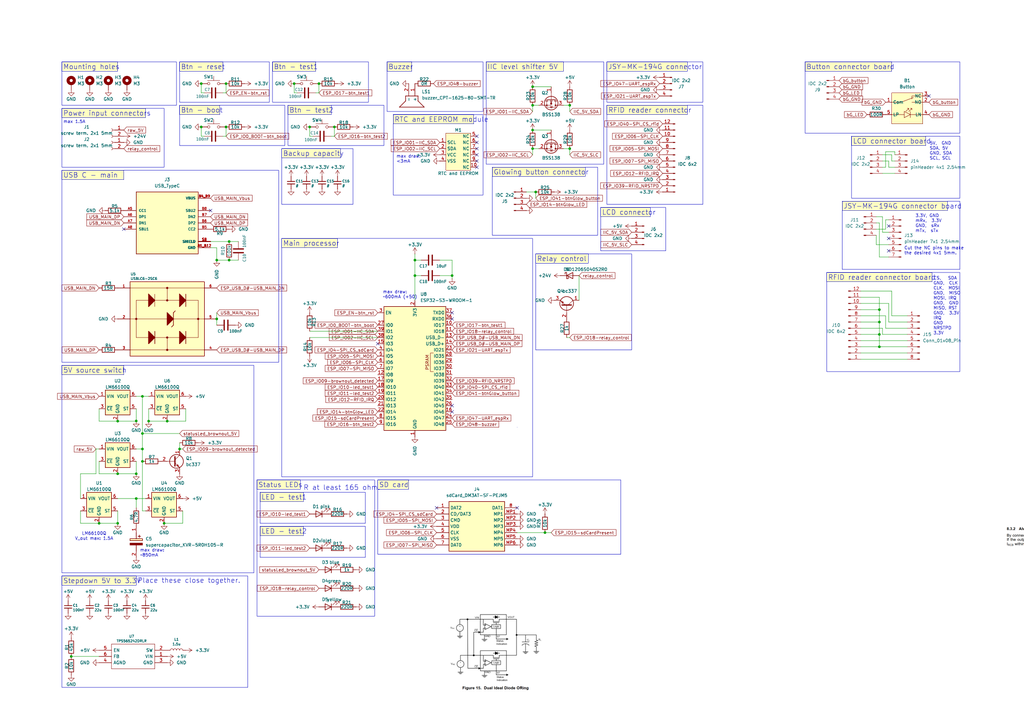
<source format=kicad_sch>
(kicad_sch (version 20250114) (generator "eeschema") (generator_version "9.0")
  (paper "A3")
  (rectangle (start 25.4 69.85) (end 114.3 148.59))
  (rectangle (start 118.11 43.18) (end 157.48 59.69))
  (rectangle (start 25.4 25.4) (end 72.39 43.18))
  (rectangle (start 349.25 55.88) (end 379.73 59.69) (fill (type color) (color 255 255 194 1)))
  (rectangle (start 115.57 97.79) (end 218.44 195.58))
  (rectangle (start 118.11 43.18) (end 135.89 46.99) (fill (type color) (color 255 255 194 1)))
  (rectangle (start 25.4 25.4) (end 48.26 29.21) (fill (type color) (color 255 255 194 1)))
  (rectangle (start 219.71 104.14) (end 259.08 143.51))
  (rectangle (start 106.68 215.9) (end 149.86 228.6))
  (rectangle (start 158.75 25.4) (end 168.91 29.21) (fill (type color) (color 255 255 194 1)))
  (rectangle (start 154.94 196.85) (end 167.64 200.66) (fill (type color) (color 255 255 194 1)))
  (rectangle (start 219.71 104.14) (end 241.3 107.95) (fill (type color) (color 255 255 194 1)))
  (rectangle (start 105.41 196.85) (end 123.19 200.66) (fill (type color) (color 255 255 194 1)))
  (rectangle (start 345.44 82.55) (end 388.62 86.36) (fill (type color) (color 255 255 194 1)))
  (rectangle (start 330.2 25.4) (end 365.76 29.21) (fill (type color) (color 255 255 194 1)))
  (rectangle (start 115.57 60.96) (end 144.78 83.82))
  (rectangle (start 25.4 149.86) (end 50.8 153.67) (fill (type color) (color 255 255 194 1)))
  (rectangle (start 248.92 43.18) (end 281.94 46.99) (fill (type color) (color 255 255 194 1)))
  (rectangle (start 248.92 43.18) (end 288.29 83.82))
  (rectangle (start 25.4 69.85) (end 50.8 73.66) (fill (type color) (color 255 255 194 1)))
  (rectangle (start 25.4 236.22) (end 101.6 281.94))
  (rectangle (start 111.76 25.4) (end 151.13 41.91))
  (rectangle (start 201.93 68.58) (end 240.03 72.39) (fill (type color) (color 255 255 194 1)))
  (rectangle (start 25.4 236.22) (end 55.88 240.03) (fill (type color) (color 255 255 194 1)))
  (rectangle (start 73.66 43.18) (end 116.84 59.69))
  (rectangle (start 199.39 25.4) (end 247.65 67.31))
  (rectangle (start 25.4 44.45) (end 67.31 68.58))
  (rectangle (start 161.29 46.99) (end 194.31 50.8) (fill (type color) (color 255 255 194 1)))
  (rectangle (start 248.92 25.4) (end 288.29 41.91))
  (rectangle (start 248.92 25.4) (end 281.94 29.21) (fill (type color) (color 255 255 194 1)))
  (rectangle (start 115.57 60.96) (end 139.7 64.77) (fill (type color) (color 255 255 194 1)))
  (rectangle (start 106.68 215.9) (end 124.46 219.71) (fill (type color) (color 255 255 194 1)))
  (rectangle (start 25.4 44.45) (end 59.69 48.26) (fill (type color) (color 255 255 194 1)))
  (rectangle (start 154.94 196.85) (end 254.635 227.33))
  (rectangle (start 73.66 25.4) (end 110.49 41.91))
  (rectangle (start 105.41 196.85) (end 153.67 252.73))
  (rectangle (start 106.68 201.93) (end 124.46 205.74) (fill (type color) (color 255 255 194 1)))
  (rectangle (start 73.66 25.4) (end 91.44 29.21) (fill (type color) (color 255 255 194 1)))
  (rectangle (start 106.68 201.93) (end 149.86 214.63))
  (rectangle (start 158.75 25.4) (end 198.12 45.72))
  (rectangle (start 339.09 111.76) (end 393.7 152.4))
  (rectangle (start 111.76 25.4) (end 129.54 29.21) (fill (type color) (color 255 255 194 1)))
  (rectangle (start 246.38 85.09) (end 273.05 102.87))
  (rectangle (start 349.25 55.88) (end 393.7 81.28))
  (rectangle (start 330.2 25.4) (end 393.7 54.61))
  (rectangle (start 246.38 85.09) (end 266.7 88.9) (fill (type color) (color 255 255 194 1)))
  (rectangle (start 161.29 46.99) (end 198.12 80.01))
  (rectangle (start 339.09 111.76) (end 382.27 115.57) (fill (type color) (color 255 255 194 1)))
  (rectangle (start 345.44 82.55) (end 393.7 110.49))
  (rectangle (start 201.93 68.58) (end 245.11 96.52))
  (rectangle (start 25.4 149.86) (end 104.14 234.95))
  (rectangle (start 115.57 97.79) (end 138.43 101.6) (fill (type color) (color 255 255 194 1)))
  (rectangle (start 199.39 25.4) (end 231.14 29.21) (fill (type color) (color 255 255 194 1)))
  (rectangle (start 73.66 43.18) (end 90.17 46.99) (fill (type color) (color 255 255 194 1)))
  (text "Btn - reset" (at 74.168 26.416 0) (effects (font (size 2 2)) (justify left top)))
  (text "RFID reader connector" (at 249.428 44.196 0) (effects (font (size 2 2)) (justify left top)))
  (text "Mounting holes" (at 25.908 26.416 0) (effects (font (size 2 2)) (justify left top)))
  (text "JSY-MK-194G connector board" (at 345.948 83.566 0) (effects (font (size 2 2)) (justify left top)))
  (text "RTC and EEPROM module" (at 161.798 48.006 0) (effects (font (size 2 2)) (justify left top)))
  (text "Stepdown 5V to 3.3V" (at 25.908 237.236 0) (effects (font (size 2 2)) (justify left top)))
  (text "max 1.5A" (at 30.48 50.038 0) (effects (font (size 1.27 1.27))))
  (text "Place these close together." (at 56.388 238.252 0) (effects (font (size 2 2)) (justify left)))
  (text "3.3V, GND\nmRx,  3.3V\nGND,  sRx\nmTx,  sTx" (at 375.412 91.694 0) (effects (font (size 1.27 1.27)) (justify left)))
  (text "Cut the NC pins to make\nthe desired 4x1 5mm." (at 370.84 102.87 0) (effects (font (size 1.27 1.27)) (justify left)))
  (text "Buzzer" (at 159.258 26.416 0) (effects (font (size 2 2)) (justify left top)))
  (text "Main processor" (at 116.078 98.806 0) (effects (font (size 2 2)) (justify left top)))
  (text "SD card" (at 155.448 197.866 0) (effects (font (size 2 2)) (justify left top)))
  (text "5V source switch" (at 25.908 150.876 0) (effects (font (size 2 2)) (justify left top)))
  (text "CS,   SDA\nGND,  CLK\nCLK,  MOSI\nGND,  MISO\nMOSI, IRQ\nGND,  GND\nMISO, RST\nGND,  3.3V\nIRQ\nGND\nNRSTPD\n3.3V" (at 382.778 125.476 0) (effects (font (size 1.27 1.27)) (justify left)))
  (text "max draw:\n<3mA" (at 162.56 63.5 0) (effects (font (size 1.27 1.27)) (justify left top)))
  (text "LED - test1" (at 107.188 202.946 0) (effects (font (size 2 2)) (justify left top)))
  (text "Power input connectors" (at 25.908 45.466 0) (effects (font (size 2 2)) (justify left top)))
  (text "Btn - test2" (at 118.618 44.196 0) (effects (font (size 2 2)) (justify left top)))
  (text "LCD connector board\n" (at 349.758 56.896 0) (effects (font (size 2 2)) (justify left top)))
  (text "LCD connector" (at 246.888 86.106 0) (effects (font (size 2 2)) (justify left top)))
  (text "Glowing button connector" (at 202.438 69.596 0) (effects (font (size 2 2)) (justify left top)))
  (text "R at least 165 ohm." (at 124.46 200.152 0) (effects (font (size 2 2)) (justify left)))
  (text "Btn - test1" (at 112.268 26.416 0) (effects (font (size 2 2)) (justify left top)))
  (text "Btn - boot" (at 74.168 44.196 0) (effects (font (size 2 2)) (justify left top)))
  (text "RFID reader connector board" (at 339.598 112.776 0) (effects (font (size 2 2)) (justify left top)))
  (text "5V,  GND\nSDA, 5V\nGND, SDA\nSCL, SCL" (at 381.254 61.976 0) (effects (font (size 1.27 1.27)) (justify left)))
  (text "Button connector board\n" (at 330.708 26.416 0) (effects (font (size 2 2)) (justify left top)))
  (text "max draw:\n~850mA" (at 57.404 225.044 0) (effects (font (size 1.27 1.27)) (justify left top)))
  (text "LM66100Q\nV_out max: 1.5A" (at 38.608 219.964 0) (effects (font (size 1.27 1.27))))
  (text "Status LEDs" (at 105.918 197.866 0) (effects (font (size 2 2)) (justify left top)))
  (text "USB C - main" (at 25.908 70.866 0) (effects (font (size 2 2)) (justify left top)))
  (text "LED - test2" (at 107.188 216.916 0) (effects (font (size 2 2)) (justify left top)))
  (text "max draw:\n~600mA (+50)" (at 156.972 119.126 0) (effects (font (size 1.27 1.27)) (justify left top)))
  (text "JSY-MK-194G connector" (at 249.428 26.416 0) (effects (font (size 2 2)) (justify left top)))
  (text "Backup capacity" (at 116.078 61.976 0) (effects (font (size 2 2)) (justify left top)))
  (text "Relay control" (at 220.218 105.156 0) (effects (font (size 2 2)) (justify left top)))
  (text "IIC level shifter 5V" (at 199.898 26.416 0) (effects (font (size 2 2)) (justify left top)))
  (junction (at 218.44 60.96))
  (junction (at 170.18 113.03))
  (junction (at 219.71 78.74))
  (junction (at 170.18 106.68))
  (junction (at 130.81 34.29))
  (junction (at 360.68 132.08))
  (junction (at 127 52.07))
  (junction (at 58.42 184.15))
  (junction (at 40.64 214.63))
  (junction (at 29.21 269.24))
  (junction (at 82.55 52.07))
  (junction (at 218.44 43.18))
  (junction (at 55.88 204.47))
  (junction (at 58.42 162.56))
  (junction (at 92.71 52.07))
  (junction (at 233.68 43.18))
  (junction (at 137.16 52.07))
  (junction (at 58.42 189.23))
  (junction (at 67.31 214.63))
  (junction (at 360.68 137.16))
  (junction (at 60.96 172.72))
  (junction (at 120.65 34.29))
  (junction (at 92.71 34.29))
  (junction (at 48.26 194.31))
  (junction (at 73.66 184.15))
  (junction (at 88.9 106.68))
  (junction (at 185.42 113.03))
  (junction (at 360.68 142.24))
  (junction (at 218.44 35.56))
  (junction (at 233.68 60.96))
  (junction (at 55.88 172.6582))
  (junction (at 68.58 172.72))
  (junction (at 55.88 194.31))
  (junction (at 48.26 172.72))
  (junction (at 223.52 218.44))
  (junction (at 82.55 34.29))
  (junction (at 218.44 53.34))
  (junction (at 88.9 130.81))
  (junction (at 93.98 99.06))
  (junction (at 58.42 177.8))
  (junction (at 48.26 214.63))
  (junction (at 360.68 127))
  (junction (at 93.98 106.68))
  (no_connect (at 185.42 166.37))
  (no_connect (at 381 39.37))
  (no_connect (at 86.36 86.36))
  (no_connect (at 212.09 208.28))
  (no_connect (at 195.58 63.5))
  (no_connect (at 179.07 208.28))
  (no_connect (at 50.8 93.98))
  (no_connect (at 195.58 55.88))
  (no_connect (at 195.58 68.58))
  (no_connect (at 154.94 140.97))
  (no_connect (at 185.42 168.91))
  (no_connect (at 364.49 97.79))
  (no_connect (at 195.58 60.96))
  (no_connect (at 185.42 128.27))
  (no_connect (at 185.42 130.81))
  (no_connect (at 364.49 102.87))
  (no_connect (at 195.58 66.04))
  (no_connect (at 195.58 58.42))
  (no_connect (at 364.49 92.71))
  (wire (pts (xy 135.89 55.88) (xy 137.16 55.88)))
  (wire (pts (xy 367.03 63.5) (xy 367.03 62.23)))
  (wire (pts (xy 137.16 52.07) (xy 137.16 55.88)))
  (wire (pts (xy 55.88 172.72) (xy 55.88 172.6582)))
  (wire (pts (xy 233.68 43.18) (xy 233.68 45.72)))
  (wire (pts (xy 218.44 43.18) (xy 220.98 43.18)))
  (wire (pts (xy 60.96 172.72) (xy 68.58 172.72)))
  (wire (pts (xy 39.37 184.15) (xy 39.37 194.31)))
  (wire (pts (xy 353.06 139.7) (xy 372.11 139.7)))
  (wire (pts (xy 93.98 99.06) (xy 97.79 99.06)))
  (wire (pts (xy 55.88 184.15) (xy 58.42 184.15)))
  (wire (pts (xy 82.55 52.07) (xy 82.55 55.88)))
  (wire (pts (xy 58.42 162.56) (xy 58.42 177.8)))
  (wire (pts (xy 58.42 189.23) (xy 58.42 209.55)))
  (wire (pts (xy 88.9 130.81) (xy 88.9 133.35)))
  (wire (pts (xy 91.44 55.88) (xy 92.71 55.88)))
  (wire (pts (xy 353.06 144.78) (xy 372.11 144.78)))
  (wire (pts (xy 364.49 132.08) (xy 364.49 124.46)))
  (wire (pts (xy 73.66 181.61) (xy 73.66 184.15)))
  (wire (pts (xy 83.82 38.1) (xy 82.55 38.1)))
  (wire (pts (xy 364.49 68.58) (xy 367.03 68.58)))
  (wire (pts (xy 88.9 106.68) (xy 93.98 106.68)))
  (wire (pts (xy 82.55 55.88) (xy 83.82 55.88)))
  (wire (pts (xy 363.22 90.17) (xy 364.49 90.17)))
  (wire (pts (xy 88.9 101.6) (xy 86.36 101.6)))
  (wire (pts (xy 170.18 113.03) (xy 170.18 123.19)))
  (wire (pts (xy 360.68 91.44) (xy 360.68 105.41)))
  (wire (pts (xy 359.41 96.52) (xy 359.41 100.33)))
  (wire (pts (xy 33.02 209.55) (xy 33.02 214.63)))
  (wire (pts (xy 58.42 177.8) (xy 58.42 184.15)))
  (wire (pts (xy 353.06 134.62) (xy 361.95 134.62)))
  (wire (pts (xy 92.71 55.88) (xy 92.71 52.07)))
  (wire (pts (xy 40.64 214.63) (xy 48.26 214.63)))
  (wire (pts (xy 33.02 214.63) (xy 40.64 214.63)))
  (wire (pts (xy 218.44 53.34) (xy 226.06 53.34)))
  (wire (pts (xy 172.72 113.03) (xy 170.18 113.03)))
  (wire (pts (xy 361.95 71.12) (xy 367.03 71.12)))
  (wire (pts (xy 40.64 172.72) (xy 48.26 172.72)))
  (wire (pts (xy 237.49 113.03) (xy 237.49 123.19)))
  (wire (pts (xy 88.9 106.68) (xy 88.9 101.6)))
  (wire (pts (xy 130.81 34.29) (xy 130.81 38.1)))
  (wire (pts (xy 154.94 138.43) (xy 127 138.43)))
  (wire (pts (xy 372.11 132.08) (xy 364.49 132.08)))
  (wire (pts (xy 218.44 43.18) (xy 218.44 45.72)))
  (wire (pts (xy 40.64 189.23) (xy 40.64 194.31)))
  (wire (pts (xy 353.06 147.32) (xy 372.11 147.32)))
  (wire (pts (xy 353.06 124.46) (xy 364.49 124.46)))
  (wire (pts (xy 48.26 204.47) (xy 55.88 204.47)))
  (wire (pts (xy 82.55 38.1) (xy 82.55 34.29)))
  (wire (pts (xy 360.68 121.92) (xy 360.68 127)))
  (wire (pts (xy 121.92 38.1) (xy 120.65 38.1)))
  (wire (pts (xy 93.98 106.68) (xy 97.79 106.68)))
  (wire (pts (xy 360.68 91.44) (xy 359.41 91.44)))
  (wire (pts (xy 360.68 132.08) (xy 360.68 137.16)))
  (wire (pts (xy 363.22 93.98) (xy 363.22 90.17)))
  (wire (pts (xy 364.49 66.04) (xy 361.95 66.04)))
  (wire (pts (xy 360.68 127) (xy 360.68 132.08)))
  (wire (pts (xy 76.2 167.64) (xy 76.2 172.72)))
  (wire (pts (xy 359.41 93.98) (xy 363.22 93.98)))
  (wire (pts (xy 212.09 218.44) (xy 223.52 218.44)))
  (wire (pts (xy 55.88 194.31) (xy 55.88 189.23)))
  (wire (pts (xy 33.02 194.31) (xy 33.02 204.47)))
  (wire (pts (xy 364.49 68.58) (xy 364.49 66.04)))
  (wire (pts (xy 154.94 135.89) (xy 127 135.89)))
  (wire (pts (xy 359.41 100.33) (xy 364.49 100.33)))
  (wire (pts (xy 219.71 81.28) (xy 219.71 78.74)))
  (wire (pts (xy 170.18 106.68) (xy 170.18 113.03)))
  (wire (pts (xy 74.93 184.15) (xy 73.66 184.15)))
  (wire (pts (xy 364.49 105.41) (xy 360.68 105.41)))
  (wire (pts (xy 55.88 194.31) (xy 48.26 194.31)))
  (wire (pts (xy 129.54 38.1) (xy 130.81 38.1)))
  (wire (pts (xy 233.68 60.96) (xy 233.68 63.5)))
  (wire (pts (xy 218.44 60.96) (xy 220.98 60.96)))
  (wire (pts (xy 128.27 55.88) (xy 127 55.88)))
  (wire (pts (xy 353.06 129.54) (xy 363.22 129.54)))
  (wire (pts (xy 88.9 128.27) (xy 88.9 130.81)))
  (wire (pts (xy 55.88 172.6582) (xy 55.88 167.64)))
  (wire (pts (xy 353.06 142.24) (xy 360.68 142.24)))
  (wire (pts (xy 74.93 209.55) (xy 74.93 214.63)))
  (wire (pts (xy 68.58 172.72) (xy 76.2 172.72)))
  (wire (pts (xy 39.37 184.15) (xy 40.64 184.15)))
  (wire (pts (xy 231.14 60.96) (xy 233.68 60.96)))
  (wire (pts (xy 361.95 68.58) (xy 363.22 68.58)))
  (wire (pts (xy 58.42 162.56) (xy 55.88 162.56)))
  (wire (pts (xy 48.26 209.55) (xy 48.26 214.63)))
  (wire (pts (xy 372.11 129.54) (xy 365.76 129.54)))
  (wire (pts (xy 365.76 66.04) (xy 367.03 66.04)))
  (wire (pts (xy 92.71 34.29) (xy 92.71 38.1)))
  (wire (pts (xy 180.34 106.68) (xy 185.42 106.68)))
  (wire (pts (xy 40.64 167.64) (xy 40.64 172.72)))
  (wire (pts (xy 218.44 60.96) (xy 218.44 63.5)))
  (wire (pts (xy 360.68 142.24) (xy 372.11 142.24)))
  (wire (pts (xy 58.42 162.56) (xy 60.96 162.56)))
  (wire (pts (xy 353.06 137.16) (xy 360.68 137.16)))
  (wire (pts (xy 365.76 119.38) (xy 353.06 119.38)))
  (wire (pts (xy 127 55.88) (xy 127 52.07)))
  (wire (pts (xy 360.68 142.24) (xy 360.68 137.16)))
  (wire (pts (xy 185.42 114.3) (xy 185.42 113.03)))
  (polyline (pts (xy 212.09 175.26) (xy 212.09 175.26)))
  (wire (pts (xy 363.22 62.23) (xy 367.03 62.23)))
  (wire (pts (xy 67.31 214.63) (xy 74.93 214.63)))
  (wire (pts (xy 55.88 204.47) (xy 59.69 204.47)))
  (wire (pts (xy 60.96 167.64) (xy 60.96 172.72)))
  (wire (pts (xy 86.36 99.06) (xy 93.98 99.06)))
  (wire (pts (xy 29.21 269.24) (xy 40.64 269.24)))
  (wire (pts (xy 180.34 113.03) (xy 185.42 113.03)))
  (wire (pts (xy 372.11 137.16) (xy 361.95 137.16)))
  (wire (pts (xy 120.65 38.1) (xy 120.65 34.29)))
  (wire (pts (xy 365.76 129.54) (xy 365.76 119.38)))
  (wire (pts (xy 372.11 134.62) (xy 363.22 134.62)))
  (wire (pts (xy 363.22 134.62) (xy 363.22 129.54)))
  (wire (pts (xy 218.44 35.56) (xy 226.06 35.56)))
  (wire (pts (xy 48.26 194.31) (xy 40.64 194.31)))
  (wire (pts (xy 353.06 121.92) (xy 360.68 121.92)))
  (wire (pts (xy 361.95 88.9) (xy 359.41 88.9)))
  (wire (pts (xy 33.02 194.31) (xy 39.37 194.31)))
  (wire (pts (xy 233.68 138.43) (xy 232.41 138.43)))
  (wire (pts (xy 365.76 66.04) (xy 365.76 63.5)))
  (wire (pts (xy 361.95 63.5) (xy 365.76 63.5)))
  (wire (pts (xy 223.52 218.44) (xy 226.06 218.44)))
  (wire (pts (xy 58.42 177.8) (xy 73.66 177.8)))
  (wire (pts (xy 55.88 172.72) (xy 48.26 172.72)))
  (wire (pts (xy 172.72 106.68) (xy 170.18 106.68)))
  (wire (pts (xy 185.42 106.68) (xy 185.42 113.03)))
  (wire (pts (xy 55.88 204.47) (xy 55.88 208.28)))
  (wire (pts (xy 361.95 137.16) (xy 361.95 134.62)))
  (wire (pts (xy 363.22 62.23) (xy 363.22 68.58)))
  (wire (pts (xy 58.42 184.15) (xy 58.42 189.23)))
  (wire (pts (xy 59.69 209.55) (xy 58.42 209.55)))
  (wire (pts (xy 361.95 95.25) (xy 364.49 95.25)))
  (wire (pts (xy 361.95 95.25) (xy 361.95 88.9)))
  (wire (pts (xy 231.14 43.18) (xy 233.68 43.18)))
  (wire (pts (xy 91.44 38.1) (xy 92.71 38.1)))
  (wire (pts (xy 353.06 127) (xy 360.68 127)))
  (wire (pts (xy 170.18 104.14) (xy 170.18 106.68)))
  (wire (pts (xy 353.06 132.08) (xy 360.68 132.08)))
  (wire (pts (xy 215.9 78.74) (xy 219.71 78.74)))
  (image (at 453.39 231.14) (scale 0.276222))
  (image (at 196.85 266.7) (scale 0.286761))
  (global_label "ESP_IO39-RFID_NRSTPD" (shape input) (at 271.78 76.2 180) (property "Intersheetrefs" "${INTERSHEET_REFS}" (effects (hide yes))))
  (global_label "ESP_IO07-SPI_MISO" (shape input) (at 154.94 151.13 180) (property "Intersheetrefs" "${INTERSHEET_REFS}" (effects (hide yes))))
  (global_label "USB_MAIN_DN" (shape input) (at 40.64 118.11 180) (property "Intersheetrefs" "${INTERSHEET_REFS}" (effects (hide yes))))
  (global_label "ESP_IO09-brownout_detected" (shape input) (at 154.94 156.21 180) (property "Intersheetrefs" "${INTERSHEET_REFS}" (effects (hide yes))))
  (global_label "ESP_IO02-IIC_SCL" (shape input) (at 218.44 63.5 180) (property "Intersheetrefs" "${INTERSHEET_REFS}" (effects (hide yes))))
  (global_label "bG_GND" (shape input) (at 381 46.99 0) (property "Intersheetrefs" "${INTERSHEET_REFS}" (effects (hide yes))))
  (global_label "bG_GND" (shape input) (at 344.17 35.56 0) (property "Intersheetrefs" "${INTERSHEET_REFS}" (effects (hide yes))))
  (global_label "bG_button" (shape input) (at 381 41.91 0) (property "Intersheetrefs" "${INTERSHEET_REFS}" (effects (hide yes))))
  (global_label "USB_MAIN_DP" (shape input) (at 40.64 143.51 180) (property "Intersheetrefs" "${INTERSHEET_REFS}" (effects (hide yes))))
  (global_label "bG_button" (shape input) (at 344.17 33.02 0) (property "Intersheetrefs" "${INTERSHEET_REFS}" (effects (hide yes))))
  (global_label "relay_control" (shape input) (at 50.8 60.96 0) (property "Intersheetrefs" "${INTERSHEET_REFS}" (effects (hide yes))))
  (global_label "ESP_IO4-SPI_CS_sdCard" (shape input) (at 179.07 210.82 180) (property "Intersheetrefs" "${INTERSHEET_REFS}" (effects (hide yes))))
  (global_label "ESP_EN-btn_rst" (shape input) (at 154.94 128.27 180) (property "Intersheetrefs" "${INTERSHEET_REFS}" (effects (hide yes))))
  (global_label "ESP_IO06-SPI_CLK" (shape input) (at 271.78 55.88 180) (property "Intersheetrefs" "${INTERSHEET_REFS}" (effects (hide yes))))
  (global_label "USB_MAIN_Vbus" (shape input) (at 40.64 162.56 180) (property "Intersheetrefs" "${INTERSHEET_REFS}" (effects (hide yes))))
  (global_label "ESP_IO01-IIC_SDA" (shape input) (at 154.94 135.89 180) (property "Intersheetrefs" "${INTERSHEET_REFS}" (effects (hide yes))))
  (global_label "ESP_IO47-UART_espRx" (shape input) (at 270.51 34.29 180) (property "Intersheetrefs" "${INTERSHEET_REFS}" (effects (hide yes))))
  (global_label "ESP_USB_D#-USB_MAIN_DP" (shape input) (at 185.42 140.97 0) (property "Intersheetrefs" "${INTERSHEET_REFS}" (effects (hide yes))))
  (global_label "IIC_5V_SDA" (shape input) (at 233.68 45.72 0) (property "Intersheetrefs" "${INTERSHEET_REFS}" (effects (hide yes))))
  (global_label "ESP_IO16-btn_test2" (shape input) (at 137.16 55.88 0) (property "Intersheetrefs" "${INTERSHEET_REFS}" (effects (hide yes))))
  (global_label "USB_MAIN_Vbus" (shape input) (at 88.9 128.27 0) (property "Intersheetrefs" "${INTERSHEET_REFS}" (effects (hide yes))))
  (global_label "ESP_IO12-RFID_IRQ" (shape input) (at 154.94 163.83 180) (property "Intersheetrefs" "${INTERSHEET_REFS}" (effects (hide yes))))
  (global_label "ESP_IO39-RFID_NRSTPD" (shape input) (at 185.42 156.21 0) (property "Intersheetrefs" "${INTERSHEET_REFS}" (effects (hide yes))))
  (global_label "relay_control" (shape input) (at 237.49 113.03 0) (property "Intersheetrefs" "${INTERSHEET_REFS}" (effects (hide yes))))
  (global_label "ESP_EN-btn_rst" (shape input) (at 92.71 38.1 0) (property "Intersheetrefs" "${INTERSHEET_REFS}" (effects (hide yes))))
  (global_label "USB_MAIN_DP" (shape input) (at 50.8 88.9 180) (property "Intersheetrefs" "${INTERSHEET_REFS}" (effects (hide yes))))
  (global_label "ESP_IO02-IIC_SCL" (shape input) (at 154.94 138.43 180) (property "Intersheetrefs" "${INTERSHEET_REFS}" (effects (hide yes))))
  (global_label "ESP_IO18-relay_control" (shape input) (at 130.81 241.3 180) (property "Intersheetrefs" "${INTERSHEET_REFS}" (effects (hide yes))))
  (global_label "raw_5V" (shape input) (at 50.8 53.34 0) (property "Intersheetrefs" "${INTERSHEET_REFS}" (effects (hide yes))))
  (global_label "ESP_IO16-btn_test2" (shape input) (at 154.94 173.99 180) (property "Intersheetrefs" "${INTERSHEET_REFS}" (effects (hide yes))))
  (global_label "ESP_IO14-btnGlow_LED" (shape input) (at 154.94 168.91 180) (property "Intersheetrefs" "${INTERSHEET_REFS}" (effects (hide yes))))
  (global_label "ESP_IO21-UART_espTx" (shape input) (at 185.42 143.51 0) (property "Intersheetrefs" "${INTERSHEET_REFS}" (effects (hide yes))))
  (global_label "ESP_IO0_BOOT-btn_boot" (shape input) (at 154.94 133.35 180) (property "Intersheetrefs" "${INTERSHEET_REFS}" (effects (hide yes))))
  (global_label "IIC_5V_SLC" (shape input) (at 233.68 63.5 0) (property "Intersheetrefs" "${INTERSHEET_REFS}" (effects (hide yes))))
  (global_label "ESP_IO41-btnGlow_button" (shape input) (at 185.42 161.29 0) (property "Intersheetrefs" "${INTERSHEET_REFS}" (effects (hide yes))))
  (global_label "ESP_IO15-sdCardPresent" (shape input) (at 226.06 218.44 0) (property "Intersheetrefs" "${INTERSHEET_REFS}" (effects (hide yes))))
  (global_label "ESP_USB_D#-USB_MAIN_DN" (shape input) (at 185.42 138.43 0) (property "Intersheetrefs" "${INTERSHEET_REFS}" (effects (hide yes))))
  (global_label "USB_MAIN_Vbus" (shape input) (at 86.36 81.28 0) (property "Intersheetrefs" "${INTERSHEET_REFS}" (effects (hide yes))))
  (global_label "ESP_IO21-UART_espTx" (shape input) (at 270.51 39.37 180) (property "Intersheetrefs" "${INTERSHEET_REFS}" (effects (hide yes))))
  (global_label "ESP_IO05-SPI_MOSI" (shape input) (at 271.78 60.96 180) (property "Intersheetrefs" "${INTERSHEET_REFS}" (effects (hide yes))))
  (global_label "ESP_IO14-btnGlow_LED" (shape input) (at 215.9 83.82 0) (property "Intersheetrefs" "${INTERSHEET_REFS}" (effects (hide yes))))
  (global_label "IIC_5V_SDA" (shape input) (at 259.08 95.25 180) (property "Intersheetrefs" "${INTERSHEET_REFS}" (effects (hide yes))))
  (global_label "ESP_IO01-IIC_SDA" (shape input) (at 218.44 45.72 180) (property "Intersheetrefs" "${INTERSHEET_REFS}" (effects (hide yes))))
  (global_label "ESP_IO11-led_test2" (shape input) (at 127 224.79 180) (property "Intersheetrefs" "${INTERSHEET_REFS}" (effects (hide yes))))
  (global_label "ESP_IO17-btn_test1" (shape input) (at 185.42 133.35 0) (property "Intersheetrefs" "${INTERSHEET_REFS}" (effects (hide yes))))
  (global_label "bG_GND" (shape input) (at 363.22 41.91 180) (property "Intersheetrefs" "${INTERSHEET_REFS}" (effects (hide yes))))
  (global_label "ESP_IO02-IIC_SCL" (shape input) (at 180.34 60.96 180) (property "Intersheetrefs" "${INTERSHEET_REFS}" (effects (hide yes))))
  (global_label "ESP_IO06-SPI_CLK" (shape input) (at 154.94 148.59 180) (property "Intersheetrefs" "${INTERSHEET_REFS}" (effects (hide yes))))
  (global_label "bG_LED" (shape input) (at 355.6 46.99 180) (property "Intersheetrefs" "${INTERSHEET_REFS}" (effects (hide yes))))
  (global_label "ESP_IO07-SPI_MISO" (shape input) (at 271.78 66.04 180) (property "Intersheetrefs" "${INTERSHEET_REFS}" (effects (hide yes))))
  (global_label "ESP_IO41-btnGlow_button" (shape input) (at 219.71 81.28 0) (property "Intersheetrefs" "${INTERSHEET_REFS}" (effects (hide yes))))
  (global_label "USB_MAIN_DP" (shape input) (at 86.36 91.44 0) (property "Intersheetrefs" "${INTERSHEET_REFS}" (effects (hide yes))))
  (global_label "ESP_IO12-RFID_IRQ" (shape input) (at 271.78 71.12 180) (property "Intersheetrefs" "${INTERSHEET_REFS}" (effects (hide yes))))
  (global_label "ESP_IO05-SPI_MOSI" (shape input) (at 154.94 146.05 180) (property "Intersheetrefs" "${INTERSHEET_REFS}" (effects (hide yes))))
  (global_label "ESP_IO15-sdCardPresent" (shape input) (at 154.94 171.45 180) (property "Intersheetrefs" "${INTERSHEET_REFS}" (effects (hide yes))))
  (global_label "ESP_IO40-SPI_CS_rfid" (shape input) (at 185.42 158.75 0) (property "Intersheetrefs" "${INTERSHEET_REFS}" (effects (hide yes))))
  (global_label "ESP_IO10-led_test1" (shape input) (at 154.94 158.75 180) (property "Intersheetrefs" "${INTERSHEET_REFS}" (effects (hide yes))))
  (global_label "ESP_IO48-buzzer" (shape input) (at 177.8 34.29 0) (property "Intersheetrefs" "${INTERSHEET_REFS}" (effects (hide yes))))
  (global_label "ESP_IO09-brownout_detected" (shape input) (at 74.93 184.15 0) (property "Intersheetrefs" "${INTERSHEET_REFS}" (effects (hide yes))))
  (global_label "ESP_IO06-SPI_CLK" (shape input) (at 179.07 218.44 180) (property "Intersheetrefs" "${INTERSHEET_REFS}" (effects (hide yes))))
  (global_label "bG_GND" (shape input) (at 344.17 40.64 0) (property "Intersheetrefs" "${INTERSHEET_REFS}" (effects (hide yes))))
  (global_label "ESP_IO11-led_test2" (shape input) (at 154.94 161.29 180) (property "Intersheetrefs" "${INTERSHEET_REFS}" (effects (hide yes))))
  (global_label "ESP_IO05-SPI_MOSI" (shape input) (at 179.07 213.36 180) (property "Intersheetrefs" "${INTERSHEET_REFS}" (effects (hide yes))))
  (global_label "ESP_USB_D#-USB_MAIN_DP" (shape input) (at 88.9 143.51 0) (property "Intersheetrefs" "${INTERSHEET_REFS}" (effects (hide yes))))
  (global_label "statusLed_brownout_5V" (shape input) (at 73.66 177.8 0) (property "Intersheetrefs" "${INTERSHEET_REFS}" (effects (hide yes))))
  (global_label "ESP_IO40-SPI_CS_rfid" (shape input) (at 271.78 50.8 180) (property "Intersheetrefs" "${INTERSHEET_REFS}" (effects (hide yes))))
  (global_label "USB_MAIN_DN" (shape input) (at 50.8 91.44 180) (property "Intersheetrefs" "${INTERSHEET_REFS}" (effects (hide yes))))
  (global_label "raw_5V" (shape input) (at 39.37 184.15 180) (property "Intersheetrefs" "${INTERSHEET_REFS}" (effects (hide yes))))
  (global_label "ESP_IO17-btn_test1" (shape input) (at 130.81 38.1 0) (property "Intersheetrefs" "${INTERSHEET_REFS}" (effects (hide yes))))
  (global_label "ESP_IO4-SPI_CS_sdCard" (shape input) (at 154.94 143.51 180) (property "Intersheetrefs" "${INTERSHEET_REFS}" (effects (hide yes))))
  (global_label "ESP_IO01-IIC_SDA" (shape input) (at 180.34 58.42 180) (property "Intersheetrefs" "${INTERSHEET_REFS}" (effects (hide yes))))
  (global_label "ESP_IO48-buzzer" (shape input) (at 185.42 173.99 0) (property "Intersheetrefs" "${INTERSHEET_REFS}" (effects (hide yes))))
  (global_label "ESP_IO0_BOOT-btn_boot" (shape input) (at 92.71 55.88 0) (property "Intersheetrefs" "${INTERSHEET_REFS}" (effects (hide yes))))
  (global_label "ESP_USB_D#-USB_MAIN_DN" (shape input) (at 88.9 118.11 0) (property "Intersheetrefs" "${INTERSHEET_REFS}" (effects (hide yes))))
  (global_label "statusLed_brownout_5V" (shape input) (at 130.81 233.68 180) (property "Intersheetrefs" "${INTERSHEET_REFS}" (effects (hide yes))))
  (global_label "ESP_IO18-relay_control" (shape input) (at 185.42 135.89 0) (property "Intersheetrefs" "${INTERSHEET_REFS}" (effects (hide yes))))
  (global_label "ESP_IO18-relay_control" (shape input) (at 233.68 138.43 0) (property "Intersheetrefs" "${INTERSHEET_REFS}" (effects (hide yes))))
  (global_label "ESP_IO10-led_test1" (shape input) (at 127 210.82 180) (property "Intersheetrefs" "${INTERSHEET_REFS}" (effects (hide yes))))
  (global_label "bG_LED" (shape input) (at 344.17 38.1 0) (property "Intersheetrefs" "${INTERSHEET_REFS}" (effects (hide yes))))
  (global_label "ESP_IO07-SPI_MISO" (shape input) (at 179.07 223.52 180) (property "Intersheetrefs" "${INTERSHEET_REFS}" (effects (hide yes))))
  (global_label "USB_MAIN_DN" (shape input) (at 86.36 88.9 0) (property "Intersheetrefs" "${INTERSHEET_REFS}" (effects (hide yes))))
  (global_label "ESP_IO47-UART_espRx" (shape input) (at 185.42 171.45 0) (property "Intersheetrefs" "${INTERSHEET_REFS}" (effects (hide yes))))
  (global_label "IIC_5V_SLC" (shape input) (at 259.08 100.33 180) (property "Intersheetrefs" "${INTERSHEET_REFS}" (effects (hide yes))))
  (symbol (lib_id "power:+3.3V") (at 223.52 210.82 0) (unit 1)
    (property "Reference" "#PWR080" (effects (hide yes)))
    (property "Value" "+3.3V" (at 223.52 207.01 0))
    (property "Description" "Power symbol creates a global label with name \"+3.3V\"" (effects (hide yes)))
  )
  (symbol (lib_id "Device:LED") (at 130.81 210.82 180) (unit 1)
    (property "Reference" "D1" (at 129.54 207.772 0))
    (property "Value" "pink" (at 133.35 207.772 0))
    (property "Footprint" "customStuff:led3528" (effects (hide yes)))
    (property "Description" "Light emitting diode" (effects (hide yes)))
    (property "Sim.Pins" "1=K 2=A" (effects (hide yes)))
  )
  (symbol (lib_id "power:GND") (at 55.88 194.31 0) (unit 1)
    (property "Reference" "#PWR023" (effects (hide yes)))
    (property "Value" "GND" (at 55.88 198.12 0))
    (property "Description" "Power symbol creates a global label with name \"GND\" , ground" (effects (hide yes)))
  )
  (symbol (lib_id "Device:R") (at 62.23 189.23 90) (unit 1)
    (property "Reference" "R7" (at 62.23 187.452 90))
    (property "Value" "1k" (at 62.23 189.23 90))
    (property "Footprint" "Resistor_SMD:R_0805_2012Metric" (effects (hide yes)))
    (property "Description" "Resistor" (effects (hide yes)))
  )
  (symbol (lib_id "Mechanical:MountingHole_Pad") (at 44.45 34.29 0) (unit 1) (in_bom no)
    (property "Reference" "H3" (at 46.99 31.75 0) (effects (justify left)))
    (property "Value" "M3" (at 46.99 34.29 0) (effects (justify left)))
    (property "Footprint" "MountingHole:MountingHole_3.2mm_M3_DIN965_Pad_TopBottom" (effects (hide yes)))
    (property "Description" "Mounting Hole with connection" (effects (hide yes)))
  )
  (symbol (lib_id "customStuff:sdCard_DM3AT-SF-PEJM5") (at 179.07 208.28 0) (unit 1)
    (property "Reference" "J4" (at 195.58 200.66 0))
    (property "Value" "sdCard_DM3AT-SF-PEJM5" (at 195.58 203.2 0))
    (property "Footprint" "customStuff:sdCard_DM3ATSFPEJM5" (effects (hide yes)))
    (property "Datasheet" "https://datasheet.lcsc.com/szlcsc/Hirose-HRS-DM3AT-SF-PEJM5_C114218.pdf" (effects (hide yes)))
    (property "Description" "Memory Card Connectors R/A SMT MICROSD CON PUSH-PUSH TOP BRDMNT" (effects (hide yes)))
    (property "Height" "1.83" (effects (hide yes)))
    (property "Mouser Part Number" "798-DM3AT-SF-PEJM5" (effects (hide yes)))
    (property "Mouser Price/Stock" "https://www.mouser.co.uk/ProductDetail/Hirose-Connector/DM3AT-SF-PEJM5?qs=LZSZKJVF%252B2WTDKp%252BR7IYAQ%3D%3D" (effects (hide yes)))
    (property "Manufacturer_Name" "Hirose" (effects (hide yes)))
    (property "Manufacturer_Part_Number" "DM3AT-SF-PEJM5" (effects (hide yes)))
  )
  (symbol (lib_id "Device:R") (at 46.99 86.36 90) (unit 1)
    (property "Reference" "R5" (at 46.99 84.582 90))
    (property "Value" "5.1k" (at 46.99 86.36 90))
    (property "Footprint" "Resistor_SMD:R_0805_2012Metric" (effects (hide yes)))
    (property "Description" "Resistor" (effects (hide yes)))
  )
  (symbol (lib_id "Device:C") (at 87.63 55.88 90) (mirror x) (unit 1)
    (property "Reference" "C8" (at 86.106 54.61 90) (effects (justify left)))
    (property "Value" "100nF" (at 86.106 57.15 90) (effects (justify left)))
    (property "Footprint" "Capacitor_SMD:C_0805_2012Metric_Pad1.18x1.45mm_HandSolder" (effects (hide yes)))
  )
  (symbol (lib_id "Power_Management:LM66100DCK") (at 48.26 165.1 0) (unit 1)
    (property "Reference" "U2" (at 48.26 156.21 0))
    (property "Value" "LM66100Q" (at 48.26 158.75 0))
    (property "Footprint" "Package_TO_SOT_SMD:SOT-363_SC-70-6" (effects (hide yes)))
    (property "Datasheet" "https://www.ti.com/lit/ds/symlink/lm66100.pdf" (effects (hide yes)))
    (property "Description" "Ideal Diode With Input Polarity Protection 1.5 - 5.5V  Input Voltage, 1.5A Output Current, Ron 141 mOhm, SC-70-6" (effects (hide yes)))
  )
  (symbol (lib_id "power:GND") (at 212.09 223.52 90) (unit 1)
    (property "Reference" "#PWR075" (effects (hide yes)))
    (property "Value" "GND" (at 215.9 223.52 90) (effects (justify right)))
    (property "Description" "Power symbol creates a global label with name \"GND\" , ground" (effects (hide yes)))
  )
  (symbol (lib_id "power:GND") (at 180.34 66.04 270) (unit 1)
    (property "Reference" "#PWR069" (effects (hide yes)))
    (property "Value" "GND" (at 176.53 66.04 90) (effects (justify right)))
    (property "Description" "Power symbol creates a global label with name \"GND\" , ground" (effects (hide yes)))
  )
  (symbol (lib_id "power:GND") (at 50.8 58.42 90) (unit 1)
    (property "Reference" "#PWR018" (effects (hide yes)))
    (property "Value" "GND" (at 54.61 58.42 90) (effects (justify right)))
    (property "Description" "Power symbol creates a global label with name \"GND\" , ground" (effects (hide yes)))
  )
  (symbol (lib_id "Mechanical:MountingHole_Pad") (at 29.21 34.29 0) (unit 1) (in_bom no)
    (property "Reference" "H1" (at 31.75 31.75 0) (effects (justify left)))
    (property "Value" "M3" (at 31.75 34.29 0) (effects (justify left)))
    (property "Footprint" "MountingHole:MountingHole_3.2mm_M3_DIN965_Pad_TopBottom" (effects (hide yes)))
    (property "Description" "Mounting Hole with connection" (effects (hide yes)))
  )
  (symbol (lib_id "Device:R") (at 218.44 39.37 180) (unit 1)
    (property "Reference" "R23" (at 216.662 39.37 90))
    (property "Value" "10k" (at 218.44 39.37 90))
    (property "Footprint" "Resistor_SMD:R_0805_2012Metric" (effects (hide yes)))
    (property "Description" "Resistor" (effects (hide yes)))
  )
  (symbol (lib_id "power:+5V") (at 27.94 246.38 0) (unit 1)
    (property "Reference" "#PWR01" (effects (hide yes)))
    (property "Value" "+5V" (at 27.94 242.57 0))
    (property "Description" "Power symbol creates a global label with name \"+5V\"" (effects (hide yes)))
  )
  (symbol (lib_id "power:+3.3V") (at 130.81 248.92 90) (unit 1)
    (property "Reference" "#PWR051" (effects (hide yes)))
    (property "Value" "+3.3V" (at 127 248.92 90) (effects (justify left)))
    (property "Description" "Power symbol creates a global label with name \"+3.3V\"" (effects (hide yes)))
  )
  (symbol (lib_id "Connector:Conn_01x04_Pin") (at 354.33 91.44 0) (unit 1)
    (property "Reference" "J11" (at 350.52 90.17 0))
    (property "Value" "IDC 2x2" (at 350.52 92.71 0))
    (property "Footprint" "customStuff:IDC 2x2 2.54" (effects (hide yes)))
    (property "Description" "Generic connector, single row, 01x04, script generated" (effects (hide yes)))
  )
  (symbol (lib_id "Device:C_Small") (at 125.73 74.93 0) (unit 1)
    (property "Reference" "C13" (at 127.635 74.295 0) (effects (font (size 1 1)) (justify left)))
    (property "Value" "#" (at 127.635 76.2 0) (effects (font (size 1 1)) (justify left)))
    (property "Footprint" "Capacitor_SMD:C_1206_3216Metric_Pad1.33x1.80mm_HandSolder" (effects (hide yes)))
    (property "Datasheet" "https://cz.mouser.com/ProductDetail/Murata-Electronics/GRT21BR61C226ME13L?qs=sGAEpiMZZMsh%252B1woXyUXjwCL2ejZfi6FneAEiHetz7s%3D" (effects (hide yes)))
    (property "Description" "Unpolarized capacitor, small symbol" (effects (hide yes)))
  )
  (symbol (lib_id "power:+5V") (at 76.2 162.56 270) (unit 1)
    (property "Reference" "#PWR033" (effects (hide yes)))
    (property "Value" "+5V" (at 80.01 162.56 90) (effects (justify left)))
    (property "Description" "Power symbol creates a global label with name \"+5V\"" (effects (hide yes)))
  )
  (symbol (lib_id "power:GND") (at 271.78 63.5 270) (mirror x) (unit 1)
    (property "Reference" "#PWR092" (effects (hide yes)))
    (property "Value" "GND" (at 267.97 63.5 90) (effects (justify right)))
    (property "Description" "Power symbol creates a global label with name \"GND\" , ground" (effects (hide yes)))
  )
  (symbol (lib_id "Device:R") (at 44.45 118.11 90) (unit 1)
    (property "Reference" "R3" (at 44.45 116.332 90))
    (property "Value" "15R" (at 44.45 118.11 90))
    (property "Footprint" "Resistor_SMD:R_0805_2012Metric" (effects (hide yes)))
    (property "Description" "Resistor" (effects (hide yes)))
  )
  (symbol (lib_id "Connector:Conn_01x02_Socket") (at 45.72 53.34 0) (mirror y) (unit 1)
    (property "Reference" "J1" (at 35.56 52.07 0))
    (property "Value" "screw term. 2x1 5mm" (at 35.56 54.61 0))
    (property "Footprint" "customStuff:screwTerminal_DG3015002P1200AH" (effects (hide yes)))
    (property "Description" "Generic connector, single row, 01x02, script generated" (effects (hide yes)))
  )
  (symbol (lib_id "SamacSys_Parts:TPS565242DRLR") (at 68.58 271.78 180) (unit 1)
    (property "Reference" "U7" (at 53.975 260.985 0) (effects (font (size 1 1))))
    (property "Value" "TPS565242DRLR" (at 53.975 262.89 0) (effects (font (size 1 1))))
    (property "Footprint" "Package_TO_SOT_SMD:SOT-563" (effects (hide yes)))
    (property "Datasheet" "https://www.ti.com/lit/gpn/tps565247" (effects (hide yes)))
    (property "Description" "Switching Voltage Regulators 3-V to 16-V input voltage, 5-A ECO mode, synchronous buck converter in SOT-563 package" (effects (hide yes)))
    (property "Height" "0.6" (effects (hide yes)))
    (property "Manufacturer_Name" "Texas Instruments" (effects (hide yes)))
    (property "Manufacturer_Part_Number" "TPS565242DRLR" (effects (hide yes)))
    (property "Mouser Part Number" "595-TPS565242DRLR" (effects (hide yes)))
    (property "Mouser Price/Stock" "https://www.mouser.co.uk/ProductDetail/Texas-Instruments/TPS565242DRLR?qs=tlsG%2FOw5FFgHUuabKshykA%3D%3D" (effects (hide yes)))
    (property "LCSC" "XXXX" (effects (hide yes)))
  )
  (symbol (lib_id "power:+5V") (at 233.68 35.56 0) (unit 1)
    (property "Reference" "#PWR084" (effects (hide yes)))
    (property "Value" "+5V" (at 233.68 31.75 0))
    (property "Description" "Power symbol creates a global label with name \"+5V\"" (effects (hide yes)))
  )
  (symbol (lib_id "Connector:Conn_01x12_Pin") (at 347.98 134.62 0) (mirror x) (unit 1)
    (property "Reference" "J10" (at 342.9 133.35 0))
    (property "Value" "IDC 6x2" (at 342.9 135.89 0))
    (property "Footprint" "customStuff:IDC 6x2 2.54" (effects (hide yes)))
    (property "Description" "Generic connector, single row, 01x12, script generated" (effects (hide yes)))
  )
  (symbol (lib_id "Device:C") (at 92.71 133.35 90) (mirror x) (unit 1)
    (property "Reference" "C9" (at 91.44 135.89 90) (effects (justify left)))
    (property "Value" "100nF" (at 99.695 135.89 90) (effects (justify left)))
    (property "Footprint" "Capacitor_SMD:C_0805_2012Metric_Pad1.18x1.45mm_HandSolder" (effects (hide yes)))
  )
  (symbol (lib_id "power:GND") (at 27.94 251.46 0) (unit 1)
    (property "Reference" "#PWR02" (effects (hide yes)))
    (property "Value" "GND" (effects (hide yes)))
  )
  (symbol (lib_id "power:GND") (at 138.43 77.47 0) (unit 1)
    (property "Reference" "#PWR056" (effects (hide yes)))
    (property "Value" "GND" (effects (hide yes)))
  )
  (symbol (lib_id "power:GND") (at 185.42 114.3 0) (unit 1)
    (property "Reference" "#PWR070" (effects (hide yes)))
    (property "Value" "GND" (at 185.42 118.11 0))
    (property "Description" "Power symbol creates a global label with name \"GND\" , ground" (effects (hide yes)))
  )
  (symbol (lib_id "power:+5V") (at 40.64 266.7 90) (unit 1)
    (property "Reference" "#PWR09" (effects (hide yes)))
    (property "Value" "+5V" (at 36.83 266.7 90) (effects (justify left)))
    (property "Description" "Power symbol creates a global label with name \"+5V\"" (effects (hide yes)))
  )
  (symbol (lib_id "customStuff:rtcAndEeprom") (at 180.34 58.42 0) (unit 1)
    (property "Reference" "M1" (at 187.96 53.34 0))
    (property "Value" "RTC and EEPROM" (at 187.96 71.12 0))
    (property "Footprint" "customStuff:RTC and EEPROM" (effects (hide yes)))
  )
  (symbol (lib_id "customStuff:buttonGlowy") (at 363.22 41.91 0) (unit 1)
    (property "Reference" "B1" (at 372.11 33.02 0))
    (property "Value" "Button" (at 372.11 35.56 0))
    (property "Footprint" "customStuff:button" (effects (hide yes)))
  )
  (symbol (lib_id "power:GND") (at 271.78 73.66 270) (mirror x) (unit 1)
    (property "Reference" "#PWR094" (effects (hide yes)))
    (property "Value" "GND" (at 267.97 73.66 90) (effects (justify right)))
    (property "Description" "Power symbol creates a global label with name \"GND\" , ground" (effects (hide yes)))
  )
  (symbol (lib_id "power:+3.3V") (at 29.21 261.62 0) (unit 1)
    (property "Reference" "#PWR04" (effects (hide yes)))
    (property "Value" "+3.3V" (at 29.21 257.81 0))
    (property "Description" "Power symbol creates a global label with name \"+3.3V\"" (effects (hide yes)))
  )
  (symbol (lib_id "power:GND") (at 146.05 248.92 90) (unit 1)
    (property "Reference" "#PWR062" (effects (hide yes)))
    (property "Value" "GND" (at 149.86 248.92 90) (effects (justify right)))
    (property "Description" "Power symbol creates a global label with name \"GND\" , ground" (effects (hide yes)))
  )
  (symbol (lib_id "Switch:SW_Push") (at 125.73 34.29 0) (unit 1)
    (property "Reference" "SW3" (at 123.698 31.496 0))
    (property "Value" "SW_Push" (effects (hide yes)))
    (property "Footprint" "Button_Switch_THT:SW_PUSH_6mm_H13mm" (effects (hide yes)))
    (property "Description" "Push button switch, generic, two pins" (effects (hide yes)))
  )
  (symbol (lib_id "Transistor_BJT:BC337") (at 232.41 125.73 270) (mirror x) (unit 1)
    (property "Reference" "Q4" (at 229.87 119.38 90))
    (property "Value" "bc337" (at 233.68 119.38 90))
    (property "Footprint" "Package_TO_SOT_THT:TO-92_HandSolder" (effects (hide yes)))
    (property "Datasheet" "https://diotec.com/tl_files/diotec/files/pdf/datasheets/bc337.pdf" (effects (hide yes)))
    (property "Description" "0.8A Ic, 45V Vce, NPN Transistor, TO-92" (effects (hide yes)))
  )
  (symbol (lib_id "power:GND") (at 48.26 214.63 0) (unit 1)
    (property "Reference" "#PWR016" (effects (hide yes)))
    (property "Value" "GND" (at 48.26 218.44 0))
    (property "Description" "Power symbol creates a global label with name \"GND\" , ground" (effects (hide yes)))
  )
  (symbol (lib_id "Device:LED") (at 134.62 241.3 180) (unit 1)
    (property "Reference" "D4" (at 133.35 238.252 0))
    (property "Value" "green" (at 137.16 238.252 0))
    (property "Footprint" "customStuff:led3528" (effects (hide yes)))
    (property "Description" "Light emitting diode" (effects (hide yes)))
    (property "Sim.Pins" "1=K 2=A" (effects (hide yes)))
  )
  (symbol (lib_id "power:GND") (at 52.07 36.83 0) (unit 1)
    (property "Reference" "#PWR019" (effects (hide yes)))
    (property "Value" "GND" (at 52.07 40.64 0))
    (property "Description" "Power symbol creates a global label with name \"GND\" , ground" (effects (hide yes)))
  )
  (symbol (lib_id "Device:R") (at 96.52 34.29 90) (unit 1)
    (property "Reference" "R11" (at 96.52 32.512 90))
    (property "Value" "10k" (at 96.52 34.29 90))
    (property "Footprint" "Resistor_SMD:R_0805_2012Metric" (effects (hide yes)))
    (property "Description" "Resistor" (effects (hide yes)))
  )
  (symbol (lib_id "Device:C") (at 132.08 55.88 90) (mirror x) (unit 1)
    (property "Reference" "C14" (at 130.556 54.61 90) (effects (justify left)))
    (property "Value" "100nF" (at 130.556 57.404 90) (effects (justify left)))
    (property "Footprint" "Capacitor_SMD:C_0805_2012Metric_Pad1.18x1.45mm_HandSolder" (effects (hide yes)))
  )
  (symbol (lib_id "Mechanical:MountingHole_Pad") (at 36.83 34.29 0) (unit 1) (in_bom no)
    (property "Reference" "H2" (at 39.37 31.75 0) (effects (justify left)))
    (property "Value" "M3" (at 39.37 34.29 0) (effects (justify left)))
    (property "Footprint" "MountingHole:MountingHole_3.2mm_M3_DIN965_Pad_TopBottom" (effects (hide yes)))
    (property "Description" "Mounting Hole with connection" (effects (hide yes)))
  )
  (symbol (lib_id "Device:R") (at 55.88 212.09 180) (unit 1)
    (property "Reference" "R6" (at 54.102 212.09 90))
    (property "Value" "4.7R" (at 55.88 212.09 90))
    (property "Footprint" "Resistor_THT:R_Axial_DIN0516_L15.5mm_D5.0mm_P20.32mm_Horizontal" (effects (hide yes)))
    (property "Description" "Resistor" (effects (hide yes)))
  )
  (symbol (lib_id "Connector:Conn_01x04_Pin") (at 356.87 66.04 0) (unit 1)
    (property "Reference" "J12" (at 353.06 64.77 0))
    (property "Value" "IDC 2x2" (at 353.06 67.31 0))
    (property "Footprint" "customStuff:IDC 2x2 2.54" (effects (hide yes)))
    (property "Description" "Generic connector, single row, 01x04, script generated" (effects (hide yes)))
  )
  (symbol (lib_id "Device:LED") (at 134.62 233.68 180) (unit 1)
    (property "Reference" "D3" (at 133.35 230.632 0))
    (property "Value" "blue" (at 137.16 230.632 0))
    (property "Footprint" "customStuff:led3528" (effects (hide yes)))
    (property "Description" "Light emitting diode" (effects (hide yes)))
    (property "Sim.Pins" "1=K 2=A" (effects (hide yes)))
  )
  (symbol (lib_id "power:GND") (at 73.66 194.31 0) (unit 1)
    (property "Reference" "#PWR031" (effects (hide yes)))
    (property "Value" "GND" (at 73.66 198.12 0))
    (property "Description" "Power symbol creates a global label with name \"GND\" , ground" (effects (hide yes)))
  )
  (symbol (lib_id "power:GND") (at 88.9 106.68 0) (unit 1)
    (property "Reference" "#PWR038" (effects (hide yes)))
    (property "Value" "GND" (at 88.9 110.49 90) (effects (justify right)))
    (property "Description" "Power symbol creates a global label with name \"GND\" , ground" (effects (hide yes)))
  )
  (symbol (lib_id "power:+24V") (at 229.87 113.03 90) (mirror x) (unit 1)
    (property "Reference" "#PWR083" (effects (hide yes)))
    (property "Value" "+24V" (at 226.06 113.03 90) (effects (justify left)))
    (property "Description" "Power symbol creates a global label with name \"+24V\"" (effects (hide yes)))
  )
  (symbol (lib_id "power:+3.3V") (at 52.07 246.38 0) (unit 1)
    (property "Reference" "#PWR020" (effects (hide yes)))
    (property "Value" "+3.3V" (at 52.07 242.57 0))
    (property "Description" "Power symbol creates a global label with name \"+3.3V\"" (effects (hide yes)))
  )
  (symbol (lib_id "power:GND") (at 55.88 228.6 0) (unit 1)
    (property "Reference" "#PWR024" (effects (hide yes)))
    (property "Value" "GND" (at 55.88 232.41 0))
    (property "Description" "Power symbol creates a global label with name \"GND\" , ground" (effects (hide yes)))
  )
  (symbol (lib_id "power:GND") (at 82.55 52.07 270) (unit 1)
    (property "Reference" "#PWR037" (effects (hide yes)))
    (property "Value" "GND" (at 78.74 52.07 90) (effects (justify right)))
    (property "Description" "Power symbol creates a global label with name \"GND\" , ground" (effects (hide yes)))
  )
  (symbol (lib_id "Device:C") (at 87.63 38.1 90) (mirror x) (unit 1)
    (property "Reference" "C7" (at 86.106 36.83 90) (effects (justify left)))
    (property "Value" "100nF" (at 86.106 39.624 90) (effects (justify left)))
    (property "Footprint" "Capacitor_SMD:C_0805_2012Metric_Pad1.18x1.45mm_HandSolder" (effects (hide yes)))
  )
  (symbol (lib_id "Power_Management:LM66100DCK") (at 68.58 165.1 0) (unit 1)
    (property "Reference" "U6" (at 68.58 156.21 0))
    (property "Value" "LM66100Q" (at 68.58 158.75 0))
    (property "Footprint" "Package_TO_SOT_SMD:SOT-363_SC-70-6" (effects (hide yes)))
    (property "Datasheet" "https://www.ti.com/lit/ds/symlink/lm66100.pdf" (effects (hide yes)))
    (property "Description" "Ideal Diode With Input Polarity Protection 1.5 - 5.5V  Input Voltage, 1.5A Output Current, Ron 141 mOhm, SC-70-6" (effects (hide yes)))
  )
  (symbol (lib_id "power:+3.3V") (at 138.43 72.39 0) (unit 1)
    (property "Reference" "#PWR055" (effects (hide yes)))
    (property "Value" "+3.3V" (at 138.43 68.58 0))
    (property "Description" "Power symbol creates a global label with name \"+3.3V\"" (effects (hide yes)))
  )
  (symbol (lib_id "power:GND") (at 67.31 214.63 0) (unit 1)
    (property "Reference" "#PWR028" (effects (hide yes)))
    (property "Value" "GND" (at 67.31 218.44 0))
    (property "Description" "Power symbol creates a global label with name \"GND\" , ground" (effects (hide yes)))
  )
  (symbol (lib_id "power:+3.3V") (at 127 146.05 180) (unit 1)
    (property "Reference" "#PWR050" (effects (hide yes)))
    (property "Value" "+3.3V" (at 127 149.86 0))
    (property "Description" "Power symbol creates a global label with name \"+3.3V\"" (effects (hide yes)))
  )
  (symbol (lib_id "power:GND") (at 212.09 210.82 90) (unit 1)
    (property "Reference" "#PWR071" (effects (hide yes)))
    (property "Value" "GND" (at 215.9 210.82 90) (effects (justify right)))
    (property "Description" "Power symbol creates a global label with name \"GND\" , ground" (effects (hide yes)))
  )
  (symbol (lib_id "power:+3.3V") (at 44.45 246.38 0) (unit 1)
    (property "Reference" "#PWR013" (effects (hide yes)))
    (property "Value" "+3.3V" (at 44.45 242.57 0))
    (property "Description" "Power symbol creates a global label with name \"+3.3V\"" (effects (hide yes)))
  )
  (symbol (lib_id "power:+3.3V") (at 100.33 52.07 270) (unit 1)
    (property "Reference" "#PWR042" (effects (hide yes)))
    (property "Value" "+3.3V" (at 104.14 52.07 90) (effects (justify left)))
    (property "Description" "Power symbol creates a global label with name \"+3.3V\"" (effects (hide yes)))
  )
  (symbol (lib_id "Device:R") (at 96.52 52.07 90) (unit 1)
    (property "Reference" "R12" (at 96.52 50.292 90))
    (property "Value" "10k" (at 96.52 52.07 90))
    (property "Footprint" "Resistor_SMD:R_0805_2012Metric" (effects (hide yes)))
    (property "Description" "Resistor" (effects (hide yes)))
  )
  (symbol (lib_id "power:GND") (at 36.83 36.83 0) (unit 1)
    (property "Reference" "#PWR06" (effects (hide yes)))
    (property "Value" "GND" (at 36.83 40.64 0))
    (property "Description" "Power symbol creates a global label with name \"GND\" , ground" (effects (hide yes)))
  )
  (symbol (lib_id "Device:C") (at 97.79 102.87 0) (mirror x) (unit 1)
    (property "Reference" "C10" (at 100.33 104.14 90) (effects (justify left)))
    (property "Value" "100nF" (at 100.33 95.885 90) (effects (justify left)))
    (property "Footprint" "Capacitor_SMD:C_0805_2012Metric_Pad1.18x1.45mm_HandSolder" (effects (hide yes)))
  )
  (symbol (lib_id "power:GND") (at 142.24 210.82 90) (unit 1)
    (property "Reference" "#PWR057" (effects (hide yes)))
    (property "Value" "GND" (at 146.05 210.82 90) (effects (justify right)))
    (property "Description" "Power symbol creates a global label with name \"GND\" , ground" (effects (hide yes)))
  )
  (symbol (lib_id "power:+5V") (at 233.68 53.34 0) (unit 1)
    (property "Reference" "#PWR085" (effects (hide yes)))
    (property "Value" "+5V" (at 233.68 49.53 0))
    (property "Description" "Power symbol creates a global label with name \"+5V\"" (effects (hide yes)))
  )
  (symbol (lib_id "power:GND") (at 29.21 36.83 0) (unit 1)
    (property "Reference" "#PWR03" (effects (hide yes)))
    (property "Value" "GND" (at 29.21 40.64 0))
    (property "Description" "Power symbol creates a global label with name \"GND\" , ground" (effects (hide yes)))
  )
  (symbol (lib_id "Device:R") (at 90.17 93.98 270) (unit 1)
    (property "Reference" "R9" (at 90.17 95.758 90))
    (property "Value" "5.1k" (at 90.17 93.98 90))
    (property "Footprint" "Resistor_SMD:R_0805_2012Metric" (effects (hide yes)))
    (property "Description" "Resistor" (effects (hide yes)))
  )
  (symbol (lib_id "Device:R") (at 93.98 102.87 0) (unit 1)
    (property "Reference" "R10" (at 91.44 102.87 90))
    (property "Value" "100k" (at 93.98 102.87 90))
    (property "Footprint" "Resistor_SMD:R_0805_2012Metric" (effects (hide yes)))
    (property "Description" "Resistor" (effects (hide yes)))
  )
  (symbol (lib_id "power:+3.3V") (at 218.44 53.34 0) (unit 1)
    (property "Reference" "#PWR079" (effects (hide yes)))
    (property "Value" "+3.3V" (at 218.44 49.53 0))
    (property "Description" "Power symbol creates a global label with name \"+3.3V\"" (effects (hide yes)))
  )
  (symbol (lib_id "Device:R") (at 29.21 273.05 180) (unit 1)
    (property "Reference" "R2" (at 27.432 273.05 90))
    (property "Value" "10k" (at 29.21 273.05 90))
    (property "Footprint" "Resistor_SMD:R_0805_2012Metric" (effects (hide yes)))
    (property "Description" "Resistor" (effects (hide yes)))
  )
  (symbol (lib_id "customStuff:buzzer_CPT-1625-80-SMT-TR") (at 170.18 34.29 270) (unit 1)
    (property "Reference" "LS1" (at 172.974 37.592 90) (effects (justify left)))
    (property "Value" "buzzer_CPT-1625-80-SMT-TR" (at 172.974 40.132 90) (effects (justify left)))
    (property "Footprint" "customStuff:buzzer_CPT162580SMTTR" (effects (hide yes)))
    (property "Datasheet" "https://www.sameskydevices.com/product/resource/cpt-1625-80-smt-tr.pdf" (effects (hide yes)))
    (property "Description" "16.8 mm, 5 Vp-p, 80 dB, Surface Mount (SMT), Piezo Audio Transducer Buzzer" (effects (hide yes)))
    (property "Height" "3" (effects (hide yes)))
    (property "Mouser Part Number" "490-CPT-1625-80SMTTR" (effects (hide yes)))
    (property "Mouser Price/Stock" "https://www.mouser.co.uk/ProductDetail/CUI-Devices/CPT-1625-80-SMT-TR?qs=P1JMDcb91o43eCFIymFs3Q%3D%3D" (effects (hide yes)))
    (property "Manufacturer_Name" "Same Sky" (effects (hide yes)))
    (property "Manufacturer_Part_Number" "CPT-1625-80-SMT-TR" (effects (hide yes)))
  )
  (symbol (lib_id "power:GND") (at 52.07 251.46 0) (unit 1)
    (property "Reference" "#PWR021" (effects (hide yes)))
    (property "Value" "GND" (effects (hide yes)))
  )
  (symbol (lib_id "power:GND") (at 142.24 224.79 90) (unit 1)
    (property "Reference" "#PWR058" (effects (hide yes)))
    (property "Value" "GND" (at 146.05 224.79 90) (effects (justify right)))
    (property "Description" "Power symbol creates a global label with name \"GND\" , ground" (effects (hide yes)))
  )
  (symbol (lib_id "power:GND") (at 59.69 251.46 0) (unit 1)
    (property "Reference" "#PWR026" (effects (hide yes)))
    (property "Value" "GND" (effects (hide yes)))
  )
  (symbol (lib_id "power:+3.3V") (at 218.44 35.56 0) (unit 1)
    (property "Reference" "#PWR078" (effects (hide yes)))
    (property "Value" "+3.3V" (at 218.44 31.75 0))
    (property "Description" "Power symbol creates a global label with name \"+3.3V\"" (effects (hide yes)))
  )
  (symbol (lib_id "power:GND") (at 48.26 130.81 270) (unit 1)
    (property "Reference" "#PWR015" (effects (hide yes)))
    (property "Value" "GND" (at 44.45 130.81 90) (effects (justify right)))
    (property "Description" "Power symbol creates a global label with name \"GND\" , ground" (effects (hide yes)))
  )
  (symbol (lib_id "power:+5V") (at 68.58 269.24 270) (unit 1)
    (property "Reference" "#PWR029" (effects (hide yes)))
    (property "Value" "+5V" (at 72.39 269.24 90) (effects (justify left)))
    (property "Description" "Power symbol creates a global label with name \"+5V\"" (effects (hide yes)))
  )
  (symbol (lib_id "Transistor_BJT:BC337") (at 71.12 189.23 0) (unit 1)
    (property "Reference" "Q1" (at 76.2 187.96 0) (effects (justify left)))
    (property "Value" "bc337" (at 76.2 190.5 0) (effects (justify left)))
    (property "Footprint" "Package_TO_SOT_THT:TO-92_HandSolder" (effects (hide yes)))
    (property "Datasheet" "https://diotec.com/tl_files/diotec/files/pdf/datasheets/bc337.pdf" (effects (hide yes)))
    (property "Description" "0.8A Ic, 45V Vce, NPN Transistor, TO-92" (effects (hide yes)))
  )
  (symbol (lib_id "Device:R") (at 232.41 134.62 180) (unit 1)
    (property "Reference" "R27" (at 230.632 134.62 90))
    (property "Value" "1k" (at 232.41 134.62 90))
    (property "Footprint" "Resistor_SMD:R_0805_2012Metric" (effects (hide yes)))
    (property "Description" "Resistor" (effects (hide yes)))
  )
  (symbol (lib_id "customStuff:supercapacitor_KVR-5R0H105-R") (at 55.88 215.9 270) (unit 1)
    (property "Reference" "C5" (at 59.69 220.98 90) (effects (justify left)))
    (property "Value" "supercapacitor_KVR-5R0H105-R" (at 59.69 223.52 90) (effects (justify left)))
    (property "Footprint" "customStuff:supercapacitor_KVR5R0H105R" (effects (hide yes)))
    (property "Datasheet" "https://www.eaton.com/content/dam/eaton/products/electronic-components/resources/data-sheet/eaton-kvr-supercapacitors-coin-cells-data-sheet-elx1175-en.pdf" (effects (hide yes)))
    (property "Description" "Eaton Corporation Eaton Supercapacitor, KVR Coin Cell, 5.0V,1F,30ohm,vert" (effects (hide yes)))
    (property "Height" "6.3" (effects (hide yes)))
    (property "Manufacturer_Name" "Eaton" (effects (hide yes)))
    (property "Manufacturer_Part_Number" "KVR-5R0H105-R" (effects (hide yes)))
  )
  (symbol (lib_id "power:GND") (at 179.07 220.98 270) (unit 1)
    (property "Reference" "#PWR067" (effects (hide yes)))
    (property "Value" "GND" (at 175.26 220.98 90) (effects (justify right)))
    (property "Description" "Power symbol creates a global label with name \"GND\" , ground" (effects (hide yes)))
  )
  (symbol (lib_id "Device:D_Schottky") (at 233.68 113.03 0) (unit 1)
    (property "Reference" "D6" (at 232.41 110.49 0))
    (property "Value" "SD1206S040S2R0" (at 240.538 110.49 0))
    (property "Footprint" "Diode_SMD:D_1206_3216Metric_Pad1.42x1.75mm_HandSolder" (effects (hide yes)))
    (property "Description" "Schottky diode" (effects (hide yes)))
  )
  (symbol (lib_id "Connector:Conn_01x07_Pin") (at 369.57 97.79 0) (mirror y) (unit 1)
    (property "Reference" "J13" (at 370.84 96.52 0) (effects (justify right)))
    (property "Value" "pinHeader 7x1 2.54mm" (at 370.84 99.06 0) (effects (justify right)))
    (property "Footprint" "Connector_PinSocket_2.54mm:PinSocket_1x07_P2.54mm_Vertical" (effects (hide yes)))
    (property "Description" "Generic connector, single row, 01x07, script generated" (effects (hide yes)))
  )
  (symbol (lib_id "power:GND") (at 167.64 34.29 270) (unit 1)
    (property "Reference" "#PWR063" (effects (hide yes)))
    (property "Value" "GND" (at 163.83 34.29 90) (effects (justify right)))
    (property "Description" "Power symbol creates a global label with name \"GND\" , ground" (effects (hide yes)))
  )
  (symbol (lib_id "power:+3.3V") (at 271.78 78.74 90) (mirror x) (unit 1)
    (property "Reference" "#PWR095" (effects (hide yes)))
    (property "Value" "+3.3V" (at 267.97 78.74 90) (effects (justify left)))
    (property "Description" "Power symbol creates a global label with name \"+3.3V\"" (effects (hide yes)))
  )
  (symbol (lib_id "power:GND") (at 215.9 81.28 90) (unit 1)
    (property "Reference" "#PWR076" (effects (hide yes)))
    (property "Value" "GND" (effects (hide yes)))
    (property "Description" "Power symbol creates a global label with name \"GND\" , ground" (effects (hide yes)))
  )
  (symbol (lib_id "Connector:Conn_01x04_Pin") (at 275.59 34.29 0) (mirror y) (unit 1)
    (property "Reference" "J7" (at 279.4 35.56 0))
    (property "Value" "IDC 2x2" (at 279.4 33.02 0))
    (property "Footprint" "customStuff:IDC 2x2 2.54" (effects (hide yes)))
    (property "Description" "Generic connector, single row, 01x04, script generated" (effects (hide yes)))
  )
  (symbol (lib_id "power:GND") (at 125.73 77.47 0) (unit 1)
    (property "Reference" "#PWR047" (effects (hide yes)))
    (property "Value" "GND" (effects (hide yes)))
  )
  (symbol (lib_id "Switch:SW_Push") (at 132.08 52.07 0) (unit 1)
    (property "Reference" "SW4" (at 130.048 49.276 0))
    (property "Value" "SW_Push" (effects (hide yes)))
    (property "Footprint" "Button_Switch_THT:SW_PUSH_6mm_H13mm" (effects (hide yes)))
    (property "Description" "Push button switch, generic, two pins" (effects (hide yes)))
  )
  (symbol (lib_id "Device:R") (at 138.43 224.79 90) (unit 1)
    (property "Reference" "R17" (at 138.43 223.012 90))
    (property "Value" "220R" (at 138.43 224.79 90))
    (property "Footprint" "Resistor_SMD:R_0805_2012Metric" (effects (hide yes)))
    (property "Description" "Resistor" (effects (hide yes)))
  )
  (symbol (lib_id "power:+5V") (at 36.83 246.38 0) (unit 1)
    (property "Reference" "#PWR07" (effects (hide yes)))
    (property "Value" "+5V" (at 36.83 242.57 0))
    (property "Description" "Power symbol creates a global label with name \"+5V\"" (effects (hide yes)))
  )
  (symbol (lib_id "power:+3.3V") (at 180.34 63.5 90) (unit 1)
    (property "Reference" "#PWR068" (effects (hide yes)))
    (property "Value" "+3.3V" (at 176.53 63.5 90) (effects (justify left)))
    (property "Description" "Power symbol creates a global label with name \"+3.3V\"" (effects (hide yes)))
  )
  (symbol (lib_id "Device:C_Small") (at 27.94 248.92 0) (unit 1)
    (property "Reference" "C1" (at 29.845 248.285 0) (effects (font (size 1 1)) (justify left)))
    (property "Value" "100nF" (at 29.845 250.19 0) (effects (font (size 1 1)) (justify left)))
    (property "Footprint" "Capacitor_SMD:C_0805_2012Metric_Pad1.18x1.45mm_HandSolder" (effects (hide yes)))
    (property "Description" "Unpolarized capacitor, small symbol" (effects (hide yes)))
  )
  (symbol (lib_id "Connector:Conn_01x04_Pin") (at 339.09 35.56 0) (unit 1)
    (property "Reference" "J9" (at 335.28 36.83 0))
    (property "Value" "IDC 2x2" (at 335.28 34.29 0))
    (property "Footprint" "customStuff:IDC 2x2 2.54" (effects (hide yes)))
    (property "Description" "Generic connector, single row, 01x04, script generated" (effects (hide yes)))
  )
  (symbol (lib_id "Device:L") (at 72.39 266.7 90) (unit 1)
    (property "Reference" "L1" (at 72.39 262.255 90) (effects (font (size 1 1))))
    (property "Value" "1.5u" (at 72.39 264.16 90) (effects (font (size 1 1))))
    (property "Footprint" "Inductor_SMD:L_Vishay_IHLP-1212" (effects (hide yes)))
    (property "Datasheet" "https://cz.mouser.com/ProductDetail/Vishay-Dale/IHLP1212BZEV1R5M5A?qs=BJlw7L4Cy7%2FLPKyjRWwgFw%3D%3D" (effects (hide yes)))
    (property "Description" "Inductor" (effects (hide yes)))
  )
  (symbol (lib_id "power:GND") (at 215.9 86.36 90) (unit 1)
    (property "Reference" "#PWR077" (effects (hide yes)))
    (property "Value" "GND" (effects (hide yes)))
    (property "Description" "Power symbol creates a global label with name \"GND\" , ground" (effects (hide yes)))
  )
  (symbol (lib_id "Device:R") (at 142.24 248.92 90) (unit 1)
    (property "Reference" "R21" (at 142.24 247.142 90))
    (property "Value" "220R" (at 142.24 248.92 90))
    (property "Footprint" "Resistor_SMD:R_0805_2012Metric" (effects (hide yes)))
    (property "Description" "Resistor" (effects (hide yes)))
  )
  (symbol (lib_id "RF_Module:ESP32-S3-WROOM-1") (at 170.18 151.13 0) (unit 1)
    (property "Reference" "U8" (at 172.3434 120.65 0) (effects (justify left)))
    (property "Value" "ESP32-S3-WROOM-1" (at 172.3434 123.19 0) (effects (justify left)))
    (property "Footprint" "customStuff:ESP32-S3-WROOM-1" (effects (hide yes)))
    (property "Datasheet" "https://www.espressif.com/sites/default/files/documentation/esp32-s3-wroom-1_wroom-1u_datasheet_en.pdf" (effects (hide yes)))
    (property "Description" "RF Module, ESP32-S3 SoC, Wi-Fi 802.11b/g/n, Bluetooth, BLE, 32-bit, 3.3V, onboard antenna, SMD" (effects (hide yes)))
  )
  (symbol (lib_id "sumec_library:USBLC6-2SC6") (at 68.58 130.81 0) (unit 1)
    (property "Reference" "U5" (at 54.61 112.395 0) (effects (font (size 1 1))))
    (property "Value" "USBLC6-2SC6" (at 59.055 114.3 0) (effects (font (size 1 1))))
    (property "Footprint" "Package_TO_SOT_SMD:TSOT-23-6_HandSoldering" (effects (hide yes)))
    (property "Datasheet" "https://cz.mouser.com/ProductDetail/STMicroelectronics/USBLC6-2SC6?qs=po45yt2pPpu%2FhNIlwQdTlg%3D%3D" (effects (hide yes)))
    (property "Description" "17V Clamp 5A (8/20µs) Ipp Tvs Diode Surface Mount SOT-23-6" (effects (hide yes)))
    (property "MF" "STMicroelectronics" (effects (hide yes)))
    (property "PURCHASE-URL" "https://pricing.snapeda.com/search/part/USBLC6-2SC6/?ref=eda" (effects (hide yes)))
    (property "PACKAGE" "SOT-23-6 STMicroelectronics" (effects (hide yes)))
    (property "PRICE" "None" (effects (hide yes)))
    (property "Package" "SOT-23-6 STMicroelectronics" (effects (hide yes)))
    (property "Check_prices" "https://www.snapeda.com/parts/USBLC6-2SC6/STMicroelectronics/view-part/?ref=eda" (effects (hide yes)))
    (property "Price" "None" (effects (hide yes)))
    (property "SnapEDA_Link" "https://www.snapeda.com/parts/USBLC6-2SC6/STMicroelectronics/view-part/?ref=snap" (effects (hide yes)))
    (property "MP" "USBLC6-2SC6" (effects (hide yes)))
    (property "Purchase-URL" "https://www.snapeda.com/api/url_track_click_mouser/?unipart_id=231887&manufacturer=STMicroelectronics&part_name=USBLC6-2SC6&search_term=None" (effects (hide yes)))
    (property "Availability" "In Stock" (effects (hide yes)))
    (property "AVAILABILITY" "In Stock" (effects (hide yes)))
    (property "DESCRIPTION" "17V Clamp 5A (8/20µs) Ipp Tvs Diode Surface Mount SOT-23-6" (effects (hide yes)))
  )
  (symbol (lib_id "power:GND") (at 170.18 179.07 0) (unit 1)
    (property "Reference" "#PWR065" (effects (hide yes)))
    (property "Value" "GND" (at 170.18 182.88 90) (effects (justify right)))
    (property "Description" "Power symbol creates a global label with name \"GND\" , ground" (effects (hide yes)))
  )
  (symbol (lib_id "Device:LED") (at 134.62 248.92 180) (unit 1)
    (property "Reference" "D5" (at 133.35 245.872 0))
    (property "Value" "yellow" (at 137.16 245.872 0))
    (property "Footprint" "customStuff:led3528" (effects (hide yes)))
    (property "Description" "Light emitting diode" (effects (hide yes)))
    (property "Sim.Pins" "1=K 2=A" (effects (hide yes)))
  )
  (symbol (lib_id "power:+3.3V") (at 132.08 72.39 0) (unit 1)
    (property "Reference" "#PWR052" (effects (hide yes)))
    (property "Value" "+3.3V" (at 132.08 68.58 0))
    (property "Description" "Power symbol creates a global label with name \"+3.3V\"" (effects (hide yes)))
  )
  (symbol (lib_id "power:+3.3V") (at 76.2 266.7 270) (unit 1)
    (property "Reference" "#PWR034" (effects (hide yes)))
    (property "Value" "+3.3V" (at 80.01 266.7 90) (effects (justify left)))
    (property "Description" "Power symbol creates a global label with name \"+3.3V\"" (effects (hide yes)))
  )
  (symbol (lib_id "power:+3.3V") (at 138.43 34.29 270) (unit 1)
    (property "Reference" "#PWR054" (effects (hide yes)))
    (property "Value" "+3.3V" (at 142.24 34.29 90) (effects (justify left)))
    (property "Description" "Power symbol creates a global label with name \"+3.3V\"" (effects (hide yes)))
  )
  (symbol (lib_id "power:+24V") (at 50.8 55.88 270) (unit 1)
    (property "Reference" "#PWR017" (effects (hide yes)))
    (property "Value" "+24V" (at 54.61 55.88 90) (effects (justify left)))
    (property "Description" "Power symbol creates a global label with name \"+24V\"" (effects (hide yes)))
  )
  (symbol (lib_id "Power_Management:LM66100DCK") (at 40.64 207.01 0) (unit 1)
    (property "Reference" "U1" (at 40.64 198.12 0))
    (property "Value" "LM66100Q" (at 40.64 200.66 0))
    (property "Footprint" "Package_TO_SOT_SMD:SOT-363_SC-70-6" (effects (hide yes)))
    (property "Datasheet" "https://www.ti.com/lit/ds/symlink/lm66100.pdf" (effects (hide yes)))
    (property "Description" "Ideal Diode With Input Polarity Protection 1.5 - 5.5V  Input Voltage, 1.5A Output Current, Ron 141 mOhm, SC-70-6" (effects (hide yes)))
  )
  (symbol (lib_id "customStuff:USB_TypeC") (at 68.58 91.44 0) (unit 1)
    (property "Reference" "J3" (at 68.58 73.66 0))
    (property "Value" "USB_TypeC" (at 68.58 76.2 0))
    (property "Footprint" "customStuff:usbC_HRO_TYPE-C-31-M-12" (effects (hide yes)))
    (property "Datasheet" "TYPE-C-31-M-12" (effects (hide yes)))
    (property "Description" "USB Connectors 24 Receptacle 1 8.94*7.3mm RoHS" (effects (hide yes)))
    (property "MF" "HRO Electronics Co., Ltd." (effects (hide yes)))
    (property "MAXIMUM_PACKAGE_HEIGHT" "3.26 mm" (effects (hide yes)))
    (property "Package" "Package" (effects (hide yes)))
    (property "Price" "None" (effects (hide yes)))
    (property "Check_prices" "https://www.snapeda.com/parts/TYPE-C-31-M-12/HRO+Electronics+Co.%252C+Ltd./view-part/?ref=eda" (effects (hide yes)))
    (property "STANDARD" "Manufacturer Recommendations" (effects (hide yes)))
    (property "PARTREV" "2020.12.08" (effects (hide yes)))
    (property "SnapEDA_Link" "https://www.snapeda.com/parts/TYPE-C-31-M-12/HRO+Electronics+Co.%252C+Ltd./view-part/?ref=snap" (effects (hide yes)))
    (property "MP" "TYPE-C-31-M-12" (effects (hide yes)))
    (property "SNAPEDA_PN" "TYPE-C-31-M-12" (effects (hide yes)))
    (property "Availability" "Not in stock" (effects (hide yes)))
    (property "MANUFACTURER" "HRO Electronics Co., Ltd." (effects (hide yes)))
  )
  (symbol (lib_id "Transistor_FET:BSS138") (at 226.06 58.42 270) (unit 1)
    (property "Reference" "Q3" (at 223.52 55.88 90))
    (property "Value" "BSS138" (at 226.06 64.77 90))
    (property "Footprint" "Package_TO_SOT_SMD:SOT-23-3" (effects (hide yes)))
    (property "Datasheet" "https://www.onsemi.com/pub/Collateral/BSS138-D.PDF" (effects (hide yes)))
    (property "Description" "50V Vds, 0.22A Id, N-Channel MOSFET, SOT-23" (effects (hide yes)))
  )
  (symbol (lib_id "power:GND") (at 40.64 271.78 270) (unit 1)
    (property "Reference" "#PWR010" (effects (hide yes)))
    (property "Value" "GND" (at 36.83 271.78 90) (effects (justify right)))
    (property "Description" "Power symbol creates a global label with name \"GND\" , ground" (effects (hide yes)))
  )
  (symbol (lib_id "Device:R") (at 359.41 46.99 270) (unit 1)
    (property "Reference" "R30" (at 359.41 44.45 90))
    (property "Value" "100R" (at 359.41 46.99 90))
    (property "Footprint" "Capacitor_SMD:C_0805_2012Metric_Pad1.18x1.45mm_HandSolder" (effects (hide yes)))
    (property "Description" "Resistor" (effects (hide yes)))
  )
  (symbol (lib_id "power:GND") (at 68.58 271.78 90) (unit 1)
    (property "Reference" "#PWR030" (effects (hide yes)))
    (property "Value" "GND" (at 72.39 271.78 90) (effects (justify right)))
    (property "Description" "Power symbol creates a global label with name \"GND\" , ground" (effects (hide yes)))
  )
  (symbol (lib_id "Device:C_Small") (at 132.08 74.93 0) (unit 1)
    (property "Reference" "C15" (at 133.985 74.295 0) (effects (font (size 1 1)) (justify left)))
    (property "Value" "#" (at 133.985 76.2 0) (effects (font (size 1 1)) (justify left)))
    (property "Footprint" "Capacitor_SMD:C_1206_3216Metric_Pad1.33x1.80mm_HandSolder" (effects (hide yes)))
    (property "Datasheet" "https://cz.mouser.com/ProductDetail/Murata-Electronics/GRT21BR61C226ME13L?qs=sGAEpiMZZMsh%252B1woXyUXjwCL2ejZfi6FneAEiHetz7s%3D" (effects (hide yes)))
    (property "Description" "Unpolarized capacitor, small symbol" (effects (hide yes)))
  )
  (symbol (lib_id "Device:C_Small") (at 36.83 248.92 0) (unit 1)
    (property "Reference" "C2" (at 38.735 248.285 0) (effects (font (size 1 1)) (justify left)))
    (property "Value" "22u" (at 38.735 250.19 0) (effects (font (size 1 1)) (justify left)))
    (property "Footprint" "Capacitor_SMD:C_1206_3216Metric_Pad1.33x1.80mm_HandSolder" (effects (hide yes)))
    (property "Datasheet" "https://cz.mouser.com/ProductDetail/Murata-Electronics/GRT21BR61C226ME13L?qs=sGAEpiMZZMsh%252B1woXyUXjwCL2ejZfi6FneAEiHetz7s%3D" (effects (hide yes)))
    (property "Description" "Unpolarized capacitor, small symbol" (effects (hide yes)))
  )
  (symbol (lib_id "Device:R") (at 233.68 39.37 180) (unit 1)
    (property "Reference" "R28" (at 231.902 39.37 90))
    (property "Value" "10k" (at 233.68 39.37 90))
    (property "Footprint" "Resistor_SMD:R_0805_2012Metric" (effects (hide yes)))
    (property "Description" "Resistor" (effects (hide yes)))
  )
  (symbol (lib_id "Device:R") (at 223.52 78.74 270) (mirror x) (unit 1)
    (property "Reference" "R25" (at 223.52 76.962 90))
    (property "Value" "10k" (at 223.52 78.74 90))
    (property "Footprint" "Resistor_SMD:R_0805_2012Metric" (effects (hide yes)))
    (property "Description" "Resistor" (effects (hide yes)))
  )
  (symbol (lib_id "Device:R") (at 127 142.24 180) (unit 1)
    (property "Reference" "R14" (at 125.222 142.24 90))
    (property "Value" "10k" (at 127 142.24 90))
    (property "Footprint" "Resistor_SMD:R_0805_2012Metric" (effects (hide yes)))
    (property "Description" "Resistor" (effects (hide yes)))
  )
  (symbol (lib_id "Device:R") (at 134.62 34.29 90) (unit 1)
    (property "Reference" "R15" (at 134.62 32.512 90))
    (property "Value" "10k" (at 134.62 34.29 90))
    (property "Footprint" "Resistor_SMD:R_0805_2012Metric" (effects (hide yes)))
    (property "Description" "Resistor" (effects (hide yes)))
  )
  (symbol (lib_id "power:GND") (at 43.18 86.36 270) (unit 1)
    (property "Reference" "#PWR011" (effects (hide yes)))
    (property "Value" "GND" (at 39.37 86.36 90) (effects (justify right)))
    (property "Description" "Power symbol creates a global label with name \"GND\" , ground" (effects (hide yes)))
  )
  (symbol (lib_id "power:GND") (at 60.96 172.72 0) (unit 1)
    (property "Reference" "#PWR027" (effects (hide yes)))
    (property "Value" "GND" (at 60.96 176.53 0))
    (property "Description" "Power symbol creates a global label with name \"GND\" , ground" (effects (hide yes)))
  )
  (symbol (lib_id "power:+3.3V") (at 170.18 104.14 0) (unit 1)
    (property "Reference" "#PWR064" (effects (hide yes)))
    (property "Value" "+3.3V" (at 170.18 100.33 0))
    (property "Description" "Power symbol creates a global label with name \"+3.3V\"" (effects (hide yes)))
  )
  (symbol (lib_id "power:GND") (at 227.33 123.19 270) (unit 1)
    (property "Reference" "#PWR082" (effects (hide yes)))
    (property "Value" "GND" (at 223.52 123.19 90) (effects (justify right)))
    (property "Description" "Power symbol creates a global label with name \"GND\" , ground" (effects (hide yes)))
  )
  (symbol (lib_id "power:GND") (at 29.21 276.86 0) (unit 1)
    (property "Reference" "#PWR05" (effects (hide yes)))
    (property "Value" "GND" (at 29.21 280.67 0))
    (property "Description" "Power symbol creates a global label with name \"GND\" , ground" (effects (hide yes)))
  )
  (symbol (lib_id "power:GND") (at 55.88 172.6582 0) (unit 1)
    (property "Reference" "#PWR022" (effects (hide yes)))
    (property "Value" "GND" (at 55.88 176.4682 0))
    (property "Description" "Power symbol creates a global label with name \"GND\" , ground" (effects (hide yes)))
  )
  (symbol (lib_id "power:GND") (at 146.05 241.3 90) (unit 1)
    (property "Reference" "#PWR061" (effects (hide yes)))
    (property "Value" "GND" (at 149.86 241.3 90) (effects (justify right)))
    (property "Description" "Power symbol creates a global label with name \"GND\" , ground" (effects (hide yes)))
  )
  (symbol (lib_id "Device:R") (at 142.24 241.3 90) (unit 1)
    (property "Reference" "R20" (at 142.24 239.522 90))
    (property "Value" "220R" (at 142.24 241.3 90))
    (property "Footprint" "Resistor_SMD:R_0805_2012Metric" (effects (hide yes)))
    (property "Description" "Resistor" (effects (hide yes)))
  )
  (symbol (lib_id "Device:R") (at 44.45 143.51 90) (unit 1)
    (property "Reference" "R4" (at 44.45 141.732 90))
    (property "Value" "15R" (at 44.45 143.51 90))
    (property "Footprint" "Resistor_SMD:R_0805_2012Metric" (effects (hide yes)))
    (property "Description" "Resistor" (effects (hide yes)))
  )
  (symbol (lib_id "Device:R") (at 29.21 265.43 180) (unit 1)
    (property "Reference" "R1" (at 27.432 265.43 90))
    (property "Value" "45k" (at 29.21 265.43 90))
    (property "Footprint" "Resistor_SMD:R_0805_2012Metric" (effects (hide yes)))
    (property "Description" "Resistor" (effects (hide yes)))
  )
  (symbol (lib_id "Device:R") (at 127 132.08 0) (unit 1)
    (property "Reference" "R13" (at 128.778 132.08 90))
    (property "Value" "10k" (at 127 132.08 90))
    (property "Footprint" "Resistor_SMD:R_0805_2012Metric" (effects (hide yes)))
    (property "Description" "Resistor" (effects (hide yes)))
  )
  (symbol (lib_id "Switch:SW_Push") (at 87.63 52.07 0) (unit 1)
    (property "Reference" "SW2" (at 85.598 49.276 0))
    (property "Value" "SW_Push" (effects (hide yes)))
    (property "Footprint" "Button_Switch_THT:SW_PUSH_6mm_H13mm" (effects (hide yes)))
    (property "Description" "Push button switch, generic, two pins" (effects (hide yes)))
  )
  (symbol (lib_id "Device:R") (at 233.68 57.15 180) (unit 1)
    (property "Reference" "R29" (at 231.902 57.15 90))
    (property "Value" "10k" (at 233.68 57.15 90))
    (property "Footprint" "Resistor_SMD:R_0805_2012Metric" (effects (hide yes)))
    (property "Description" "Resistor" (effects (hide yes)))
  )
  (symbol (lib_id "Device:R") (at 218.44 57.15 180) (unit 1)
    (property "Reference" "R24" (at 216.662 57.15 90))
    (property "Value" "10k" (at 218.44 57.15 90))
    (property "Footprint" "Resistor_SMD:R_0805_2012Metric" (effects (hide yes)))
    (property "Description" "Resistor" (effects (hide yes)))
  )
  (symbol (lib_id "power:GND") (at 146.05 233.68 90) (unit 1)
    (property "Reference" "#PWR060" (effects (hide yes)))
    (property "Value" "GND" (at 149.86 233.68 90) (effects (justify right)))
    (property "Description" "Power symbol creates a global label with name \"GND\" , ground" (effects (hide yes)))
  )
  (symbol (lib_id "power:GND") (at 36.83 251.46 0) (unit 1)
    (property "Reference" "#PWR08" (effects (hide yes)))
    (property "Value" "GND" (effects (hide yes)))
  )
  (symbol (lib_id "power:GND") (at 44.45 36.83 0) (unit 1)
    (property "Reference" "#PWR012" (effects (hide yes)))
    (property "Value" "GND" (at 44.45 40.64 0))
    (property "Description" "Power symbol creates a global label with name \"GND\" , ground" (effects (hide yes)))
  )
  (symbol (lib_id "power:+3.3V") (at 127 128.27 0) (unit 1)
    (property "Reference" "#PWR049" (effects (hide yes)))
    (property "Value" "+3.3V" (at 127 124.46 0))
    (property "Description" "Power symbol creates a global label with name \"+3.3V\"" (effects (hide yes)))
  )
  (symbol (lib_id "power:GND") (at 44.45 251.46 0) (unit 1)
    (property "Reference" "#PWR014" (effects (hide yes)))
    (property "Value" "GND" (effects (hide yes)))
  )
  (symbol (lib_id "Switch:SW_Push") (at 87.63 34.29 0) (unit 1)
    (property "Reference" "SW1" (at 85.598 31.496 0))
    (property "Value" "SW_Push" (effects (hide yes)))
    (property "Footprint" "Button_Switch_THT:SW_PUSH_6mm_H13mm" (effects (hide yes)))
    (property "Description" "Push button switch, generic, two pins" (effects (hide yes)))
  )
  (symbol (lib_id "power:+3.3V") (at 81.28 181.61 270) (mirror x) (unit 1)
    (property "Reference" "#PWR035" (effects (hide yes)))
    (property "Value" "+3.3V" (at 85.09 181.61 90) (effects (justify left)))
    (property "Description" "Power symbol creates a global label with name \"+3.3V\"" (effects (hide yes)))
  )
  (symbol (lib_id "power:+3.3V") (at 59.69 246.38 0) (unit 1)
    (property "Reference" "#PWR025" (effects (hide yes)))
    (property "Value" "+3.3V" (at 59.69 242.57 0))
    (property "Description" "Power symbol creates a global label with name \"+3.3V\"" (effects (hide yes)))
  )
  (symbol (lib_id "Connector:Conn_01x04_Pin") (at 372.11 66.04 0) (mirror y) (unit 1)
    (property "Reference" "J14" (at 373.38 66.04 0) (effects (justify right)))
    (property "Value" "pinHeader 4x1 2.54mm" (at 373.38 68.58 0) (effects (justify right)))
    (property "Footprint" "Connector_PinHeader_2.54mm:PinHeader_1x04_P2.54mm_Vertical" (effects (hide yes)))
    (property "Description" "Generic connector, single row, 01x04, script generated" (effects (hide yes)))
  )
  (symbol (lib_id "power:+3.3V") (at 125.73 72.39 0) (unit 1)
    (property "Reference" "#PWR046" (effects (hide yes)))
    (property "Value" "+3.3V" (at 125.73 68.58 0))
    (property "Description" "Power symbol creates a global label with name \"+3.3V\"" (effects (hide yes)))
  )
  (symbol (lib_id "power:+3.3V") (at 179.07 215.9 90) (unit 1)
    (property "Reference" "#PWR066" (effects (hide yes)))
    (property "Value" "+3.3V" (at 175.26 215.9 90) (effects (justify left)))
    (property "Description" "Power symbol creates a global label with name \"+3.3V\"" (effects (hide yes)))
  )
  (symbol (lib_id "Device:R") (at 77.47 181.61 270) (mirror x) (unit 1)
    (property "Reference" "R8" (at 77.47 179.832 90))
    (property "Value" "10k" (at 77.47 181.61 90))
    (property "Footprint" "Resistor_SMD:R_0805_2012Metric" (effects (hide yes)))
    (property "Description" "Resistor" (effects (hide yes)))
  )
  (symbol (lib_id "power:GND") (at 270.51 36.83 270) (unit 1)
    (property "Reference" "#PWR089" (effects (hide yes)))
    (property "Value" "GND" (at 266.7 36.83 90) (effects (justify right)))
    (property "Description" "Power symbol creates a global label with name \"GND\" , ground" (effects (hide yes)))
  )
  (symbol (lib_id "power:GND") (at 271.78 68.58 270) (mirror x) (unit 1)
    (property "Reference" "#PWR093" (effects (hide yes)))
    (property "Value" "GND" (at 267.97 68.58 90) (effects (justify right)))
    (property "Description" "Power symbol creates a global label with name \"GND\" , ground" (effects (hide yes)))
  )
  (symbol (lib_id "power:GND") (at 271.78 58.42 270) (mirror x) (unit 1)
    (property "Reference" "#PWR091" (effects (hide yes)))
    (property "Value" "GND" (at 267.97 58.42 90) (effects (justify right)))
    (property "Description" "Power symbol creates a global label with name \"GND\" , ground" (effects (hide yes)))
  )
  (symbol (lib_id "power:GND") (at 259.08 97.79 270) (unit 1)
    (property "Reference" "#PWR087" (effects (hide yes)))
    (property "Value" "GND" (at 255.27 97.79 90) (effects (justify right)))
    (property "Description" "Power symbol creates a global label with name \"GND\" , ground" (effects (hide yes)))
  )
  (symbol (lib_id "Transistor_FET:BSS138") (at 226.06 40.64 270) (unit 1)
    (property "Reference" "Q2" (at 223.52 38.1 90))
    (property "Value" "BSS138" (at 226.06 46.99 90))
    (property "Footprint" "Package_TO_SOT_SMD:SOT-23-3" (effects (hide yes)))
    (property "Datasheet" "https://www.onsemi.com/pub/Collateral/BSS138-D.PDF" (effects (hide yes)))
    (property "Description" "50V Vds, 0.22A Id, N-Channel MOSFET, SOT-23" (effects (hide yes)))
  )
  (symbol (lib_id "Connector:Conn_01x04_Pin") (at 210.82 81.28 0) (unit 1)
    (property "Reference" "J5" (at 207.01 82.55 0))
    (property "Value" "IDC 2x2" (at 207.01 80.01 0))
    (property "Footprint" "customStuff:IDC 2x2 2.54" (effects (hide yes)))
    (property "Description" "Generic connector, single row, 01x04, script generated" (effects (hide yes)))
  )
  (symbol (lib_id "power:+3.3V") (at 144.78 52.07 270) (unit 1)
    (property "Reference" "#PWR059" (effects (hide yes)))
    (property "Value" "+3.3V" (at 148.59 52.07 90) (effects (justify left)))
    (property "Description" "Power symbol creates a global label with name \"+3.3V\"" (effects (hide yes)))
  )
  (symbol (lib_id "Connector:Conn_01x12_Pin") (at 276.86 66.04 180) (unit 1)
    (property "Reference" "J8" (at 281.94 64.77 0))
    (property "Value" "IDC 6x2" (at 281.94 67.31 0))
    (property "Footprint" "customStuff:IDC 6x2 2.54" (effects (hide yes)))
    (property "Description" "Generic connector, single row, 01x12, script generated" (effects (hide yes)))
  )
  (symbol (lib_id "Device:R") (at 223.52 214.63 0) (unit 1)
    (property "Reference" "R26" (at 220.98 214.63 90))
    (property "Value" "10k" (at 223.52 214.63 90))
    (property "Footprint" "Resistor_SMD:R_0805_2012Metric" (effects (hide yes)))
    (property "Description" "Resistor" (effects (hide yes)))
  )
  (symbol (lib_id "Device:R") (at 140.97 52.07 90) (unit 1)
    (property "Reference" "R18" (at 140.97 50.292 90))
    (property "Value" "10k" (at 140.97 52.07 90))
    (property "Footprint" "Resistor_SMD:R_0805_2012Metric" (effects (hide yes)))
    (property "Description" "Resistor" (effects (hide yes)))
  )
  (symbol (lib_id "Device:C") (at 125.73 38.1 90) (mirror x) (unit 1)
    (property "Reference" "C12" (at 124.206 36.83 90) (effects (justify left)))
    (property "Value" "100nF" (at 124.206 39.624 90) (effects (justify left)))
    (property "Footprint" "Capacitor_SMD:C_0805_2012Metric_Pad1.18x1.45mm_HandSolder" (effects (hide yes)))
  )
  (symbol (lib_id "power:+3.3V") (at 119.38 72.39 0) (unit 1)
    (property "Reference" "#PWR043" (effects (hide yes)))
    (property "Value" "+3.3V" (at 119.38 68.58 0))
    (property "Description" "Power symbol creates a global label with name \"+3.3V\"" (effects (hide yes)))
  )
  (symbol (lib_id "Device:LED") (at 130.81 224.79 180) (unit 1)
    (property "Reference" "D2" (at 129.54 221.742 0))
    (property "Value" "violet" (at 133.35 221.742 0))
    (property "Footprint" "customStuff:led3528" (effects (hide yes)))
    (property "Description" "Light emitting diode" (effects (hide yes)))
    (property "Sim.Pins" "1=K 2=A" (effects (hide yes)))
  )
  (symbol (lib_id "Device:C") (at 176.53 113.03 90) (mirror x) (unit 1)
    (property "Reference" "C18" (at 175.26 115.57 90) (effects (justify left)))
    (property "Value" "100nF" (at 183.515 115.57 90) (effects (justify left)))
    (property "Footprint" "Capacitor_SMD:C_0805_2012Metric_Pad1.18x1.45mm_HandSolder" (effects (hide yes)))
  )
  (symbol (lib_id "power:GND") (at 96.52 133.35 90) (unit 1)
    (property "Reference" "#PWR040" (effects (hide yes)))
    (property "Value" "GND" (at 100.33 133.35 90) (effects (justify right)))
    (property "Description" "Power symbol creates a global label with name \"GND\" , ground" (effects (hide yes)))
  )
  (symbol (lib_id "Device:R") (at 142.24 233.68 90) (unit 1)
    (property "Reference" "R19" (at 142.24 231.902 90))
    (property "Value" "1k" (at 142.24 233.68 90))
    (property "Footprint" "Resistor_SMD:R_0805_2012Metric" (effects (hide yes)))
    (property "Description" "Resistor" (effects (hide yes)))
  )
  (symbol (lib_id "Device:C_Small") (at 138.43 74.93 0) (unit 1)
    (property "Reference" "C16" (at 140.335 74.295 0) (effects (font (size 1 1)) (justify left)))
    (property "Value" "#" (at 140.335 76.2 0) (effects (font (size 1 1)) (justify left)))
    (property "Footprint" "Capacitor_SMD:C_1206_3216Metric_Pad1.33x1.80mm_HandSolder" (effects (hide yes)))
    (property "Datasheet" "https://cz.mouser.com/ProductDetail/Murata-Electronics/GRT21BR61C226ME13L?qs=sGAEpiMZZMsh%252B1woXyUXjwCL2ejZfi6FneAEiHetz7s%3D" (effects (hide yes)))
    (property "Description" "Unpolarized capacitor, small symbol" (effects (hide yes)))
  )
  (symbol (lib_id "Device:C_Small") (at 119.38 74.93 0) (unit 1)
    (property "Reference" "C11" (at 121.285 74.295 0) (effects (font (size 1 1)) (justify left)))
    (property "Value" "#" (at 121.285 76.2 0) (effects (font (size 1 1)) (justify left)))
    (property "Footprint" "Capacitor_SMD:C_1206_3216Metric_Pad1.33x1.80mm_HandSolder" (effects (hide yes)))
    (property "Datasheet" "https://cz.mouser.com/ProductDetail/Murata-Electronics/GRT21BR61C226ME13L?qs=sGAEpiMZZMsh%252B1woXyUXjwCL2ejZfi6FneAEiHetz7s%3D" (effects (hide yes)))
    (property "Description" "Unpolarized capacitor, small symbol" (effects (hide yes)))
  )
  (symbol (lib_id "power:GND") (at 119.38 77.47 0) (unit 1)
    (property "Reference" "#PWR044" (effects (hide yes)))
    (property "Value" "GND" (effects (hide yes)))
  )
  (symbol (lib_id "power:GND") (at 212.09 220.98 90) (unit 1)
    (property "Reference" "#PWR074" (effects (hide yes)))
    (property "Value" "GND" (at 215.9 220.98 90) (effects (justify right)))
    (property "Description" "Power symbol creates a global label with name \"GND\" , ground" (effects (hide yes)))
  )
  (symbol (lib_id "Device:C_Small") (at 52.07 248.92 0) (unit 1)
    (property "Reference" "C4" (at 53.975 248.285 0) (effects (font (size 1 1)) (justify left)))
    (property "Value" "22u" (at 53.975 250.19 0) (effects (font (size 1 1)) (justify left)))
    (property "Footprint" "Capacitor_SMD:C_1206_3216Metric_Pad1.33x1.80mm_HandSolder" (effects (hide yes)))
    (property "Datasheet" "https://cz.mouser.com/ProductDetail/Murata-Electronics/GRT21BR61C226ME13L?qs=sGAEpiMZZMsh%252B1woXyUXjwCL2ejZfi6FneAEiHetz7s%3D" (effects (hide yes)))
    (property "Description" "Unpolarized capacitor, small symbol" (effects (hide yes)))
  )
  (symbol (lib_id "power:+3.3V") (at 100.33 34.29 270) (unit 1)
    (property "Reference" "#PWR041" (effects (hide yes)))
    (property "Value" "+3.3V" (at 104.14 34.29 90) (effects (justify left)))
    (property "Description" "Power symbol creates a global label with name \"+3.3V\"" (effects (hide yes)))
  )
  (symbol (lib_id "power:+5V") (at 259.08 92.71 90) (unit 1)
    (property "Reference" "#PWR086" (effects (hide yes)))
    (property "Value" "+5V" (at 255.27 92.71 90) (effects (justify left)))
    (property "Description" "Power symbol creates a global label with name \"+5V\"" (effects (hide yes)))
  )
  (symbol (lib_id "power:GND") (at 212.09 213.36 90) (unit 1)
    (property "Reference" "#PWR072" (effects (hide yes)))
    (property "Value" "GND" (at 215.9 213.36 90) (effects (justify right)))
    (property "Description" "Power symbol creates a global label with name \"GND\" , ground" (effects (hide yes)))
  )
  (symbol (lib_id "Device:C") (at 176.53 106.68 90) (mirror x) (unit 1)
    (property "Reference" "C17" (at 175.26 109.22 90) (effects (justify left)))
    (property "Value" "10uF" (at 183.515 109.22 90) (effects (justify left)))
    (property "Footprint" "Capacitor_SMD:C_0805_2012Metric_Pad1.18x1.45mm_HandSolder" (effects (hide yes)))
  )
  (symbol (lib_id "Connector:Conn_01x08_Pin") (at 377.19 137.16 0) (mirror y) (unit 1)
    (property "Reference" "J15" (at 378.46 137.16 0) (effects (justify right)))
    (property "Value" "Conn_01x08_Pin" (at 378.46 139.7 0) (effects (justify right)))
    (property "Footprint" "Connector_PinHeader_2.54mm:PinHeader_1x08_P2.54mm_Vertical" (effects (hide yes)))
    (property "Description" "Generic connector, single row, 01x08, script generated" (effects (hide yes)))
  )
  (symbol (lib_id "Device:C_Small") (at 44.45 248.92 0) (unit 1)
    (property "Reference" "C3" (at 46.355 248.285 0) (effects (font (size 1 1)) (justify left)))
    (property "Value" "100nF" (at 46.355 250.19 0) (effects (font (size 1 1)) (justify left)))
    (property "Footprint" "Capacitor_SMD:C_0805_2012Metric_Pad1.18x1.45mm_HandSolder" (effects (hide yes)))
    (property "Description" "Unpolarized capacitor, small symbol" (effects (hide yes)))
  )
  (symbol (lib_id "power:+5V") (at 74.93 204.47 270) (unit 1)
    (property "Reference" "#PWR032" (effects (hide yes)))
    (property "Value" "+5V" (at 78.74 204.47 90) (effects (justify left)))
    (property "Description" "Power symbol creates a global label with name \"+5V\"" (effects (hide yes)))
  )
  (symbol (lib_id "power:GND") (at 93.98 93.98 90) (unit 1)
    (property "Reference" "#PWR039" (effects (hide yes)))
    (property "Value" "GND" (at 97.79 93.98 90) (effects (justify right)))
    (property "Description" "Power symbol creates a global label with name \"GND\" , ground" (effects (hide yes)))
  )
  (symbol (lib_id "power:GND") (at 271.78 53.34 270) (mirror x) (unit 1)
    (property "Reference" "#PWR090" (effects (hide yes)))
    (property "Value" "GND" (at 267.97 53.34 90) (effects (justify right)))
    (property "Description" "Power symbol creates a global label with name \"GND\" , ground" (effects (hide yes)))
  )
  (symbol (lib_id "power:GND") (at 120.65 34.29 270) (unit 1)
    (property "Reference" "#PWR045" (effects (hide yes)))
    (property "Value" "GND" (at 116.84 34.29 90) (effects (justify right)))
    (property "Description" "Power symbol creates a global label with name \"GND\" , ground" (effects (hide yes)))
  )
  (symbol (lib_id "power:+3.3V") (at 227.33 78.74 270) (mirror x) (unit 1)
    (property "Reference" "#PWR081" (effects (hide yes)))
    (property "Value" "+3.3V" (at 231.14 78.74 90) (effects (justify left)))
    (property "Description" "Power symbol creates a global label with name \"+3.3V\"" (effects (hide yes)))
  )
  (symbol (lib_id "Power_Management:LM66100DCK") (at 67.31 207.01 0) (unit 1)
    (property "Reference" "U4" (at 67.31 198.12 0))
    (property "Value" "LM66100Q" (at 67.31 200.66 0))
    (property "Footprint" "Package_TO_SOT_SMD:SOT-363_SC-70-6" (effects (hide yes)))
    (property "Datasheet" "https://www.ti.com/lit/ds/symlink/lm66100.pdf" (effects (hide yes)))
    (property "Description" "Ideal Diode With Input Polarity Protection 1.5 - 5.5V  Input Voltage, 1.5A Output Current, Ron 141 mOhm, SC-70-6" (effects (hide yes)))
  )
  (symbol (lib_id "power:GND") (at 212.09 215.9 90) (unit 1)
    (property "Reference" "#PWR073" (effects (hide yes)))
    (property "Value" "GND" (at 215.9 215.9 90) (effects (justify right)))
    (property "Description" "Power symbol creates a global label with name \"GND\" , ground" (effects (hide yes)))
  )
  (symbol (lib_id "Connector:Conn_01x04_Pin") (at 264.16 95.25 0) (mirror y) (unit 1)
    (property "Reference" "J6" (at 267.97 93.98 0))
    (property "Value" "IDC 2x2" (at 267.97 96.52 0))
    (property "Footprint" "customStuff:IDC 2x2 2.54" (effects (hide yes)))
    (property "Description" "Generic connector, single row, 01x04, script generated" (effects (hide yes)))
  )
  (symbol (lib_id "Device:R") (at 138.43 210.82 90) (unit 1)
    (property "Reference" "R16" (at 138.43 209.042 90))
    (property "Value" "220R" (at 138.43 210.82 90))
    (property "Footprint" "Resistor_SMD:R_0805_2012Metric" (effects (hide yes)))
    (property "Description" "Resistor" (effects (hide yes)))
  )
  (symbol (lib_id "power:GND") (at 82.55 34.29 270) (unit 1)
    (property "Reference" "#PWR036" (effects (hide yes)))
    (property "Value" "GND" (at 78.74 34.29 90) (effects (justify right)))
    (property "Description" "Power symbol creates a global label with name \"GND\" , ground" (effects (hide yes)))
  )
  (symbol (lib_id "power:GND") (at 127 52.07 270) (unit 1)
    (property "Reference" "#PWR048" (effects (hide yes)))
    (property "Value" "GND" (at 123.19 52.07 90) (effects (justify right)))
    (property "Description" "Power symbol creates a global label with name \"GND\" , ground" (effects (hide yes)))
  )
  (symbol (lib_id "Power_Management:LM66100DCK") (at 48.26 186.69 0) (unit 1)
    (property "Reference" "U3" (at 48.26 177.8 0))
    (property "Value" "LM66100Q" (at 48.26 180.34 0))
    (property "Footprint" "Package_TO_SOT_SMD:SOT-363_SC-70-6" (effects (hide yes)))
    (property "Datasheet" "https://www.ti.com/lit/ds/symlink/lm66100.pdf" (effects (hide yes)))
    (property "Description" "Ideal Diode With Input Polarity Protection 1.5 - 5.5V  Input Voltage, 1.5A Output Current, Ron 141 mOhm, SC-70-6" (effects (hide yes)))
  )
  (symbol (lib_id "Mechanical:MountingHole_Pad") (at 52.07 34.29 0) (unit 1) (in_bom no)
    (property "Reference" "H4" (at 54.61 31.75 0) (effects (justify left)))
    (property "Value" "M3" (at 54.61 34.29 0) (effects (justify left)))
    (property "Footprint" "MountingHole:MountingHole_3.2mm_M3_DIN965_Pad_TopBottom" (effects (hide yes)))
    (property "Description" "Mounting Hole with connection" (effects (hide yes)))
  )
  (symbol (lib_id "Device:R") (at 173.99 34.29 90) (unit 1)
    (property "Reference" "R22" (at 173.99 32.512 90))
    (property "Value" "0R" (at 173.99 34.29 90))
    (property "Footprint" "Resistor_SMD:R_0805_2012Metric" (effects (hide yes)))
    (property "Description" "Resistor" (effects (hide yes)))
  )
  (symbol (lib_id "Device:C_Small") (at 59.69 248.92 0) (unit 1)
    (property "Reference" "C6" (at 61.595 248.285 0) (effects (font (size 1 1)) (justify left)))
    (property "Value" "22u" (at 61.595 250.19 0) (effects (font (size 1 1)) (justify left)))
    (property "Footprint" "Capacitor_SMD:C_1206_3216Metric_Pad1.33x1.80mm_HandSolder" (effects (hide yes)))
    (property "Datasheet" "https://cz.mouser.com/ProductDetail/Murata-Electronics/GRT21BR61C226ME13L?qs=sGAEpiMZZMsh%252B1woXyUXjwCL2ejZfi6FneAEiHetz7s%3D" (effects (hide yes)))
    (property "Description" "Unpolarized capacitor, small symbol" (effects (hide yes)))
  )
  (symbol (lib_id "Connector:Conn_01x02_Socket") (at 45.72 58.42 0) (mirror y) (unit 1)
    (property "Reference" "J2" (at 35.56 57.15 0))
    (property "Value" "screw term. 2x1 5mm" (at 35.56 59.69 0))
    (property "Footprint" "customStuff:screwTerminal_DG3015002P1200AH" (effects (hide yes)))
    (property "Description" "Generic connector, single row, 01x02, script generated" (effects (hide yes)))
  )
  (symbol (lib_id "power:GND") (at 132.08 77.47 0) (unit 1)
    (property "Reference" "#PWR053" (effects (hide yes)))
    (property "Value" "GND" (effects (hide yes)))
  )
  (symbol (lib_id "power:+3.3V") (at 270.51 31.75 90) (unit 1)
    (property "Reference" "#PWR088" (effects (hide yes)))
    (property "Value" "+3.3V" (at 266.7 31.75 90) (effects (justify left)))
    (property "Description" "Power symbol creates a global label with name \"+3.3V\"" (effects (hide yes)))
  )
)
</source>
